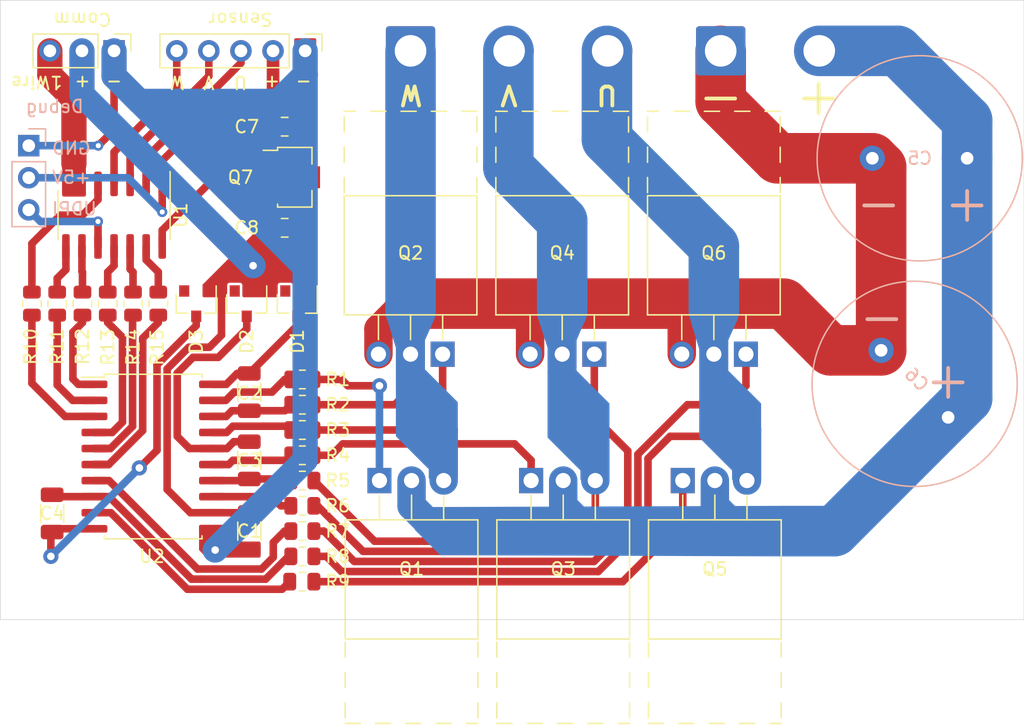
<source format=kicad_pcb>
(kicad_pcb (version 20171130) (host pcbnew 5.99.0+really5.1.10+dfsg1-1)

  (general
    (thickness 1.6)
    (drawings 24)
    (tracks 283)
    (zones 0)
    (modules 40)
    (nets 44)
  )

  (page A4)
  (layers
    (0 F.Cu signal)
    (31 B.Cu signal)
    (32 B.Adhes user)
    (33 F.Adhes user)
    (34 B.Paste user)
    (35 F.Paste user)
    (36 B.SilkS user)
    (37 F.SilkS user)
    (38 B.Mask user)
    (39 F.Mask user)
    (40 Dwgs.User user)
    (41 Cmts.User user)
    (42 Eco1.User user)
    (43 Eco2.User user)
    (44 Edge.Cuts user)
    (45 Margin user)
    (46 B.CrtYd user)
    (47 F.CrtYd user)
    (48 B.Fab user)
    (49 F.Fab user)
  )

  (setup
    (last_trace_width 4)
    (user_trace_width 0.6)
    (user_trace_width 2)
    (user_trace_width 4)
    (trace_clearance 0.2)
    (zone_clearance 0)
    (zone_45_only no)
    (trace_min 0.2)
    (via_size 0.8)
    (via_drill 0.4)
    (via_min_size 0.4)
    (via_min_drill 0.3)
    (user_via 1.2 0.6)
    (uvia_size 0.3)
    (uvia_drill 0.1)
    (uvias_allowed no)
    (uvia_min_size 0.2)
    (uvia_min_drill 0.1)
    (edge_width 0.05)
    (segment_width 0.2)
    (pcb_text_width 0.3)
    (pcb_text_size 1.5 1.5)
    (mod_edge_width 0.12)
    (mod_text_size 1 1)
    (mod_text_width 0.15)
    (pad_size 0.9 0.8)
    (pad_drill 0)
    (pad_to_mask_clearance 0.0508)
    (solder_mask_min_width 0.101)
    (aux_axis_origin 0 0)
    (visible_elements FFFFFF7F)
    (pcbplotparams
      (layerselection 0x010fc_ffffffff)
      (usegerberextensions false)
      (usegerberattributes true)
      (usegerberadvancedattributes true)
      (creategerberjobfile true)
      (excludeedgelayer true)
      (linewidth 0.100000)
      (plotframeref false)
      (viasonmask false)
      (mode 1)
      (useauxorigin false)
      (hpglpennumber 1)
      (hpglpenspeed 20)
      (hpglpendiameter 15.000000)
      (psnegative false)
      (psa4output false)
      (plotreference true)
      (plotvalue true)
      (plotinvisibletext false)
      (padsonsilk false)
      (subtractmaskfromsilk false)
      (outputformat 1)
      (mirror false)
      (drillshape 1)
      (scaleselection 1)
      (outputdirectory ""))
  )

  (net 0 "")
  (net 1 "Net-(Q1-Pad1)")
  (net 2 "Net-(Q2-Pad1)")
  (net 3 +BATT)
  (net 4 "/Driver and MOSFETS/motor_output_1")
  (net 5 "/Driver and MOSFETS/motor_output_2")
  (net 6 "Net-(Q3-Pad1)")
  (net 7 "Net-(Q4-Pad1)")
  (net 8 "/Driver and MOSFETS/motor_output_3")
  (net 9 "Net-(Q5-Pad1)")
  (net 10 "Net-(Q6-Pad1)")
  (net 11 "/Driver and MOSFETS/MOSFET pair 1/high")
  (net 12 "/Driver and MOSFETS/MOSFET pair 1/low")
  (net 13 "/Driver and MOSFETS/MOSFET pair 2/high")
  (net 14 "/Driver and MOSFETS/MOSFET pair 2/low")
  (net 15 "/Driver and MOSFETS/MOSFET pair 3/high")
  (net 16 "/Driver and MOSFETS/MOSFET pair 3/low")
  (net 17 "/Driver and MOSFETS/low_3")
  (net 18 "/Driver and MOSFETS/high_3")
  (net 19 "/Driver and MOSFETS/low_2")
  (net 20 "/Driver and MOSFETS/high_2")
  (net 21 "/Driver and MOSFETS/low_1")
  (net 22 "/Driver and MOSFETS/high_1")
  (net 23 "Net-(R10-Pad2)")
  (net 24 "Net-(R11-Pad2)")
  (net 25 "Net-(R12-Pad2)")
  (net 26 GND)
  (net 27 +15V)
  (net 28 +5V)
  (net 29 "Net-(R13-Pad2)")
  (net 30 "Net-(R14-Pad2)")
  (net 31 "Net-(R15-Pad2)")
  (net 32 "/Driver and MOSFETS/MOSFET pair 1/load")
  (net 33 "/Driver and MOSFETS/MOSFET pair 2/load")
  (net 34 "/Driver and MOSFETS/MOSFET pair 3/load")
  (net 35 -BATT)
  (net 36 "Net-(C2-Pad1)")
  (net 37 "Net-(C3-Pad1)")
  (net 38 "Net-(C4-Pad1)")
  (net 39 "Net-(Comm1-Pad3)")
  (net 40 "Net-(Debug1-Pad3)")
  (net 41 "Net-(Sensor1-Pad5)")
  (net 42 "Net-(Sensor1-Pad4)")
  (net 43 "Net-(Sensor1-Pad3)")

  (net_class Default "This is the default net class."
    (clearance 0.2)
    (trace_width 0.25)
    (via_dia 0.8)
    (via_drill 0.4)
    (uvia_dia 0.3)
    (uvia_drill 0.1)
    (add_net +15V)
    (add_net +5V)
    (add_net +BATT)
    (add_net -BATT)
    (add_net "/Driver and MOSFETS/MOSFET pair 1/high")
    (add_net "/Driver and MOSFETS/MOSFET pair 1/load")
    (add_net "/Driver and MOSFETS/MOSFET pair 1/low")
    (add_net "/Driver and MOSFETS/MOSFET pair 2/high")
    (add_net "/Driver and MOSFETS/MOSFET pair 2/load")
    (add_net "/Driver and MOSFETS/MOSFET pair 2/low")
    (add_net "/Driver and MOSFETS/MOSFET pair 3/high")
    (add_net "/Driver and MOSFETS/MOSFET pair 3/load")
    (add_net "/Driver and MOSFETS/MOSFET pair 3/low")
    (add_net "/Driver and MOSFETS/high_1")
    (add_net "/Driver and MOSFETS/high_2")
    (add_net "/Driver and MOSFETS/high_3")
    (add_net "/Driver and MOSFETS/low_1")
    (add_net "/Driver and MOSFETS/low_2")
    (add_net "/Driver and MOSFETS/low_3")
    (add_net "/Driver and MOSFETS/motor_output_1")
    (add_net "/Driver and MOSFETS/motor_output_2")
    (add_net "/Driver and MOSFETS/motor_output_3")
    (add_net GND)
    (add_net "Net-(C2-Pad1)")
    (add_net "Net-(C3-Pad1)")
    (add_net "Net-(C4-Pad1)")
    (add_net "Net-(Comm1-Pad3)")
    (add_net "Net-(Debug1-Pad3)")
    (add_net "Net-(Q1-Pad1)")
    (add_net "Net-(Q2-Pad1)")
    (add_net "Net-(Q3-Pad1)")
    (add_net "Net-(Q4-Pad1)")
    (add_net "Net-(Q5-Pad1)")
    (add_net "Net-(Q6-Pad1)")
    (add_net "Net-(R10-Pad2)")
    (add_net "Net-(R11-Pad2)")
    (add_net "Net-(R12-Pad2)")
    (add_net "Net-(R13-Pad2)")
    (add_net "Net-(R14-Pad2)")
    (add_net "Net-(R15-Pad2)")
    (add_net "Net-(Sensor1-Pad3)")
    (add_net "Net-(Sensor1-Pad4)")
    (add_net "Net-(Sensor1-Pad5)")
  )

  (module Capacitor_THT:C_Radial_D16.0mm_H25.0mm_P7.50mm (layer B.Cu) (tedit 5BC5C9BA) (tstamp 6155B7C7)
    (at 119 67 135)
    (descr "C, Radial series, Radial, pin pitch=7.50mm, diameter=16mm, height=25mm, Non-Polar Electrolytic Capacitor")
    (tags "C Radial series Radial pin pitch 7.50mm diameter 16mm height 25mm Non-Polar Electrolytic Capacitor")
    (path /61644B75)
    (fp_text reference C6 (at 3.889087 0.353553 315) (layer B.SilkS)
      (effects (font (size 1 1) (thickness 0.15)) (justify mirror))
    )
    (fp_text value "2200μF, 100V" (at 3.75 -9.25 315) (layer B.Fab) hide
      (effects (font (size 1 1) (thickness 0.15)) (justify mirror))
    )
    (fp_text user %R (at 3.749999 0 315) (layer B.Fab) hide
      (effects (font (size 1 1) (thickness 0.15)) (justify mirror))
    )
    (fp_circle (center 3.75 0) (end 11.75 0) (layer B.Fab) (width 0.1))
    (fp_circle (center 3.75 0) (end 11.87 0) (layer B.SilkS) (width 0.12))
    (fp_circle (center 3.75 0) (end 12 0) (layer B.CrtYd) (width 0.05))
    (pad 2 thru_hole circle (at 7.5 0 135) (size 2 2) (drill 1) (layers *.Cu *.Mask)
      (net 35 -BATT))
    (pad 1 thru_hole circle (at 0 0 135) (size 2 2) (drill 1) (layers *.Cu *.Mask)
      (net 3 +BATT))
    (model ${KISYS3DMOD}/Capacitor_THT.3dshapes/C_Radial_D16.0mm_H25.0mm_P7.50mm.wrl
      (at (xyz 0 0 0))
      (scale (xyz 1 1 1))
      (rotate (xyz 0 0 0))
    )
  )

  (module Capacitor_THT:C_Radial_D16.0mm_H25.0mm_P7.50mm (layer B.Cu) (tedit 5BC5C9BA) (tstamp 614FE4E5)
    (at 120.5 46.5 180)
    (descr "C, Radial series, Radial, pin pitch=7.50mm, diameter=16mm, height=25mm, Non-Polar Electrolytic Capacitor")
    (tags "C Radial series Radial pin pitch 7.50mm diameter 16mm height 25mm Non-Polar Electrolytic Capacitor")
    (path /61469B9A)
    (fp_text reference C5 (at 3.75 0) (layer B.SilkS)
      (effects (font (size 1 1) (thickness 0.15)) (justify mirror))
    )
    (fp_text value "220μF, 100V" (at 3.75 -9.25) (layer B.Fab) hide
      (effects (font (size 1 1) (thickness 0.15)) (justify mirror))
    )
    (fp_text user %R (at 3.75 0) (layer B.Fab) hide
      (effects (font (size 1 1) (thickness 0.15)) (justify mirror))
    )
    (fp_circle (center 3.75 0) (end 11.75 0) (layer B.Fab) (width 0.1))
    (fp_circle (center 3.75 0) (end 11.87 0) (layer B.SilkS) (width 0.12))
    (fp_circle (center 3.75 0) (end 12 0) (layer B.CrtYd) (width 0.05))
    (pad 2 thru_hole circle (at 7.5 0 180) (size 2 2) (drill 1) (layers *.Cu *.Mask)
      (net 35 -BATT))
    (pad 1 thru_hole circle (at 0 0 180) (size 2 2) (drill 1) (layers *.Cu *.Mask)
      (net 3 +BATT))
    (model ${KISYS3DMOD}/Capacitor_THT.3dshapes/C_Radial_D16.0mm_H25.0mm_P7.50mm.wrl
      (at (xyz 0 0 0))
      (scale (xyz 1 1 1))
      (rotate (xyz 0 0 0))
    )
  )

  (module Connector_PinHeader_2.54mm:PinHeader_1x03_P2.54mm_Vertical locked (layer B.Cu) (tedit 59FED5CC) (tstamp 61549B5B)
    (at 46.25 45.5 180)
    (descr "Through hole straight pin header, 1x03, 2.54mm pitch, single row")
    (tags "Through hole pin header THT 1x03 2.54mm single row")
    (path /6159FDFE)
    (fp_text reference Debug (at -2.05 3.1 180) (layer B.SilkS)
      (effects (font (size 1 1) (thickness 0.15)) (justify mirror))
    )
    (fp_text value Conn_01x03 (at 0 -7.41) (layer B.Fab) hide
      (effects (font (size 1 1) (thickness 0.15)) (justify mirror))
    )
    (fp_line (start -0.635 1.27) (end 1.27 1.27) (layer B.Fab) (width 0.1))
    (fp_line (start 1.27 1.27) (end 1.27 -6.35) (layer B.Fab) (width 0.1))
    (fp_line (start 1.27 -6.35) (end -1.27 -6.35) (layer B.Fab) (width 0.1))
    (fp_line (start -1.27 -6.35) (end -1.27 0.635) (layer B.Fab) (width 0.1))
    (fp_line (start -1.27 0.635) (end -0.635 1.27) (layer B.Fab) (width 0.1))
    (fp_line (start -1.33 -6.41) (end 1.33 -6.41) (layer B.SilkS) (width 0.12))
    (fp_line (start -1.33 -1.27) (end -1.33 -6.41) (layer B.SilkS) (width 0.12))
    (fp_line (start 1.33 -1.27) (end 1.33 -6.41) (layer B.SilkS) (width 0.12))
    (fp_line (start -1.33 -1.27) (end 1.33 -1.27) (layer B.SilkS) (width 0.12))
    (fp_line (start -1.33 0) (end -1.33 1.33) (layer B.SilkS) (width 0.12))
    (fp_line (start -1.33 1.33) (end 0 1.33) (layer B.SilkS) (width 0.12))
    (fp_line (start -1.8 1.8) (end -1.8 -6.85) (layer B.CrtYd) (width 0.05))
    (fp_line (start -1.8 -6.85) (end 1.8 -6.85) (layer B.CrtYd) (width 0.05))
    (fp_line (start 1.8 -6.85) (end 1.8 1.8) (layer B.CrtYd) (width 0.05))
    (fp_line (start 1.8 1.8) (end -1.8 1.8) (layer B.CrtYd) (width 0.05))
    (fp_text user %R (at 0 -2.54 270) (layer B.Fab) hide
      (effects (font (size 1 1) (thickness 0.15)) (justify mirror))
    )
    (pad 1 thru_hole rect (at 0 0 180) (size 1.7 1.7) (drill 1) (layers *.Cu *.Mask)
      (net 26 GND))
    (pad 2 thru_hole oval (at 0 -2.54 180) (size 1.7 1.7) (drill 1) (layers *.Cu *.Mask)
      (net 28 +5V))
    (pad 3 thru_hole oval (at 0 -5.08 180) (size 1.7 1.7) (drill 1) (layers *.Cu *.Mask)
      (net 40 "Net-(Debug1-Pad3)"))
    (model ${KISYS3DMOD}/Connector_PinHeader_2.54mm.3dshapes/PinHeader_1x03_P2.54mm_Vertical.wrl
      (at (xyz 0 0 0))
      (scale (xyz 1 1 1))
      (rotate (xyz 0 0 0))
    )
  )

  (module Diode_SMD:D_SOT-23_ANK (layer F.Cu) (tedit 587CCEF9) (tstamp 613A46A9)
    (at 59.5 58 270)
    (descr "SOT-23, Single Diode")
    (tags SOT-23)
    (path /613B2859/613DAE8D)
    (attr smd)
    (fp_text reference D3 (at 3 0 90) (layer F.SilkS)
      (effects (font (size 1 1) (thickness 0.15)))
    )
    (fp_text value "100μA, 25V, <100ns recovery" (at 0 2.5 90) (layer F.Fab) hide
      (effects (font (size 1 1) (thickness 0.15)))
    )
    (fp_line (start -0.15 -0.45) (end -0.4 -0.45) (layer F.Fab) (width 0.1))
    (fp_line (start -0.15 -0.25) (end 0.15 -0.45) (layer F.Fab) (width 0.1))
    (fp_line (start -0.15 -0.65) (end -0.15 -0.25) (layer F.Fab) (width 0.1))
    (fp_line (start 0.15 -0.45) (end -0.15 -0.65) (layer F.Fab) (width 0.1))
    (fp_line (start 0.15 -0.45) (end 0.4 -0.45) (layer F.Fab) (width 0.1))
    (fp_line (start 0.15 -0.65) (end 0.15 -0.25) (layer F.Fab) (width 0.1))
    (fp_line (start 0.76 1.58) (end 0.76 0.65) (layer F.SilkS) (width 0.12))
    (fp_line (start 0.76 -1.58) (end 0.76 -0.65) (layer F.SilkS) (width 0.12))
    (fp_line (start 0.7 -1.52) (end 0.7 1.52) (layer F.Fab) (width 0.1))
    (fp_line (start -0.7 1.52) (end 0.7 1.52) (layer F.Fab) (width 0.1))
    (fp_line (start -1.7 -1.75) (end 1.7 -1.75) (layer F.CrtYd) (width 0.05))
    (fp_line (start 1.7 -1.75) (end 1.7 1.75) (layer F.CrtYd) (width 0.05))
    (fp_line (start 1.7 1.75) (end -1.7 1.75) (layer F.CrtYd) (width 0.05))
    (fp_line (start -1.7 1.75) (end -1.7 -1.75) (layer F.CrtYd) (width 0.05))
    (fp_line (start 0.76 -1.58) (end -1.4 -1.58) (layer F.SilkS) (width 0.12))
    (fp_line (start -0.7 -1.52) (end 0.7 -1.52) (layer F.Fab) (width 0.1))
    (fp_line (start -0.7 -1.52) (end -0.7 1.52) (layer F.Fab) (width 0.1))
    (fp_line (start 0.76 1.58) (end -0.7 1.58) (layer F.SilkS) (width 0.12))
    (fp_text user %R (at 0 -2.5 90) (layer F.Fab) hide
      (effects (font (size 1 1) (thickness 0.15)))
    )
    (pad 2 smd rect (at -1 -0.95 270) (size 0.9 0.8) (layers F.Cu F.Paste F.Mask)
      (net 27 +15V))
    (pad "" smd rect (at -1 0.95 270) (size 0.9 0.8) (layers F.Cu F.Paste F.Mask))
    (pad 1 smd rect (at 1 0 270) (size 0.9 0.8) (layers F.Cu F.Paste F.Mask)
      (net 38 "Net-(C4-Pad1)"))
    (model ${KISYS3DMOD}/Diode_SMD.3dshapes/D_SOT-23.wrl
      (at (xyz 0 0 0))
      (scale (xyz 1 1 1))
      (rotate (xyz 0 0 0))
    )
  )

  (module Diode_SMD:D_SOT-23_ANK (layer F.Cu) (tedit 61524D4D) (tstamp 613D4DE9)
    (at 63.5 58 270)
    (descr "SOT-23, Single Diode")
    (tags SOT-23)
    (path /613B2859/613DAC8B)
    (attr smd)
    (fp_text reference D2 (at 3 0 90) (layer F.SilkS)
      (effects (font (size 1 1) (thickness 0.15)))
    )
    (fp_text value "100μA, 25V, <100ns recovery" (at 0 2.5 90) (layer F.Fab) hide
      (effects (font (size 1 1) (thickness 0.15)))
    )
    (fp_line (start -0.15 -0.45) (end -0.4 -0.45) (layer F.Fab) (width 0.1))
    (fp_line (start -0.15 -0.25) (end 0.15 -0.45) (layer F.Fab) (width 0.1))
    (fp_line (start -0.15 -0.65) (end -0.15 -0.25) (layer F.Fab) (width 0.1))
    (fp_line (start 0.15 -0.45) (end -0.15 -0.65) (layer F.Fab) (width 0.1))
    (fp_line (start 0.15 -0.45) (end 0.4 -0.45) (layer F.Fab) (width 0.1))
    (fp_line (start 0.15 -0.65) (end 0.15 -0.25) (layer F.Fab) (width 0.1))
    (fp_line (start 0.76 1.58) (end 0.76 0.65) (layer F.SilkS) (width 0.12))
    (fp_line (start 0.76 -1.58) (end 0.76 -0.65) (layer F.SilkS) (width 0.12))
    (fp_line (start 0.7 -1.52) (end 0.7 1.52) (layer F.Fab) (width 0.1))
    (fp_line (start -0.7 1.52) (end 0.7 1.52) (layer F.Fab) (width 0.1))
    (fp_line (start -1.7 -1.75) (end 1.7 -1.75) (layer F.CrtYd) (width 0.05))
    (fp_line (start 1.7 -1.75) (end 1.7 1.75) (layer F.CrtYd) (width 0.05))
    (fp_line (start 1.7 1.75) (end -1.7 1.75) (layer F.CrtYd) (width 0.05))
    (fp_line (start -1.7 1.75) (end -1.7 -1.75) (layer F.CrtYd) (width 0.05))
    (fp_line (start 0.76 -1.58) (end -1.4 -1.58) (layer F.SilkS) (width 0.12))
    (fp_line (start -0.7 -1.52) (end 0.7 -1.52) (layer F.Fab) (width 0.1))
    (fp_line (start -0.7 -1.52) (end -0.7 1.52) (layer F.Fab) (width 0.1))
    (fp_line (start 0.76 1.58) (end -0.7 1.58) (layer F.SilkS) (width 0.12))
    (fp_text user %R (at 0 -2.5 90) (layer F.Fab) hide
      (effects (font (size 1 1) (thickness 0.15)))
    )
    (pad 2 smd rect (at -1 -0.95 270) (size 0.9 0.8) (layers F.Cu F.Paste F.Mask)
      (net 27 +15V))
    (pad "" smd rect (at -1 0.95 270) (size 0.9 0.8) (layers F.Cu F.Paste F.Mask))
    (pad 1 smd rect (at 1 0 270) (size 0.9 0.8) (layers F.Cu F.Paste F.Mask)
      (net 37 "Net-(C3-Pad1)"))
    (model ${KISYS3DMOD}/Diode_SMD.3dshapes/D_SOT-23.wrl
      (at (xyz 0 0 0))
      (scale (xyz 1 1 1))
      (rotate (xyz 0 0 0))
    )
  )

  (module Diode_SMD:D_SOT-23_ANK (layer F.Cu) (tedit 61524D54) (tstamp 613A46CF)
    (at 67.5 58 270)
    (descr "SOT-23, Single Diode")
    (tags SOT-23)
    (path /613B2859/613D8032)
    (attr smd)
    (fp_text reference D1 (at 3 0 90) (layer F.SilkS)
      (effects (font (size 1 1) (thickness 0.15)))
    )
    (fp_text value "100μA, 25V, <100ns recovery" (at 0 2.5 90) (layer F.Fab) hide
      (effects (font (size 1 1) (thickness 0.15)))
    )
    (fp_line (start -0.15 -0.45) (end -0.4 -0.45) (layer F.Fab) (width 0.1))
    (fp_line (start -0.15 -0.25) (end 0.15 -0.45) (layer F.Fab) (width 0.1))
    (fp_line (start -0.15 -0.65) (end -0.15 -0.25) (layer F.Fab) (width 0.1))
    (fp_line (start 0.15 -0.45) (end -0.15 -0.65) (layer F.Fab) (width 0.1))
    (fp_line (start 0.15 -0.45) (end 0.4 -0.45) (layer F.Fab) (width 0.1))
    (fp_line (start 0.15 -0.65) (end 0.15 -0.25) (layer F.Fab) (width 0.1))
    (fp_line (start 0.76 1.58) (end 0.76 0.65) (layer F.SilkS) (width 0.12))
    (fp_line (start 0.76 -1.58) (end 0.76 -0.65) (layer F.SilkS) (width 0.12))
    (fp_line (start 0.7 -1.52) (end 0.7 1.52) (layer F.Fab) (width 0.1))
    (fp_line (start -0.7 1.52) (end 0.7 1.52) (layer F.Fab) (width 0.1))
    (fp_line (start -1.7 -1.75) (end 1.7 -1.75) (layer F.CrtYd) (width 0.05))
    (fp_line (start 1.7 -1.75) (end 1.7 1.75) (layer F.CrtYd) (width 0.05))
    (fp_line (start 1.7 1.75) (end -1.7 1.75) (layer F.CrtYd) (width 0.05))
    (fp_line (start -1.7 1.75) (end -1.7 -1.75) (layer F.CrtYd) (width 0.05))
    (fp_line (start 0.76 -1.58) (end -1.4 -1.58) (layer F.SilkS) (width 0.12))
    (fp_line (start -0.7 -1.52) (end 0.7 -1.52) (layer F.Fab) (width 0.1))
    (fp_line (start -0.7 -1.52) (end -0.7 1.52) (layer F.Fab) (width 0.1))
    (fp_line (start 0.76 1.58) (end -0.7 1.58) (layer F.SilkS) (width 0.12))
    (fp_text user %R (at 0 -2.5 90) (layer F.Fab) hide
      (effects (font (size 1 1) (thickness 0.15)))
    )
    (pad 2 smd rect (at -1 -0.95 270) (size 0.9 0.8) (layers F.Cu F.Paste F.Mask)
      (net 27 +15V))
    (pad "" smd rect (at -1 0.95 270) (size 0.9 0.8) (layers F.Cu F.Paste F.Mask))
    (pad 1 smd rect (at 1 0 270) (size 0.9 0.8) (layers F.Cu F.Paste F.Mask)
      (net 36 "Net-(C2-Pad1)"))
    (model ${KISYS3DMOD}/Diode_SMD.3dshapes/D_SOT-23.wrl
      (at (xyz 0 0 0))
      (scale (xyz 1 1 1))
      (rotate (xyz 0 0 0))
    )
  )

  (module Resistor_SMD:R_0805_2012Metric (layer F.Cu) (tedit 5F68FEEE) (tstamp 61518257)
    (at 67.9 78 180)
    (descr "Resistor SMD 0805 (2012 Metric), square (rectangular) end terminal, IPC_7351 nominal, (Body size source: IPC-SM-782 page 72, https://www.pcb-3d.com/wordpress/wp-content/uploads/ipc-sm-782a_amendment_1_and_2.pdf), generated with kicad-footprint-generator")
    (tags resistor)
    (path /613B2859/613C2FF8/6153289F)
    (attr smd)
    (fp_text reference R8 (at -2.8 0) (layer F.SilkS)
      (effects (font (size 1 1) (thickness 0.15)))
    )
    (fp_text value 4.7Ω (at 0 1.65) (layer F.Fab) hide
      (effects (font (size 1 1) (thickness 0.15)))
    )
    (fp_line (start 1.68 0.95) (end -1.68 0.95) (layer F.CrtYd) (width 0.05))
    (fp_line (start 1.68 -0.95) (end 1.68 0.95) (layer F.CrtYd) (width 0.05))
    (fp_line (start -1.68 -0.95) (end 1.68 -0.95) (layer F.CrtYd) (width 0.05))
    (fp_line (start -1.68 0.95) (end -1.68 -0.95) (layer F.CrtYd) (width 0.05))
    (fp_line (start -0.227064 0.735) (end 0.227064 0.735) (layer F.SilkS) (width 0.12))
    (fp_line (start -0.227064 -0.735) (end 0.227064 -0.735) (layer F.SilkS) (width 0.12))
    (fp_line (start 1 0.625) (end -1 0.625) (layer F.Fab) (width 0.1))
    (fp_line (start 1 -0.625) (end 1 0.625) (layer F.Fab) (width 0.1))
    (fp_line (start -1 -0.625) (end 1 -0.625) (layer F.Fab) (width 0.1))
    (fp_line (start -1 0.625) (end -1 -0.625) (layer F.Fab) (width 0.1))
    (fp_text user %R (at 0 0) (layer F.Fab) hide
      (effects (font (size 0.5 0.5) (thickness 0.08)))
    )
    (pad 1 smd roundrect (at -0.9125 0 180) (size 1.025 1.4) (layers F.Cu F.Paste F.Mask) (roundrect_rratio 0.243902)
      (net 8 "/Driver and MOSFETS/motor_output_3"))
    (pad 2 smd roundrect (at 0.9125 0 180) (size 1.025 1.4) (layers F.Cu F.Paste F.Mask) (roundrect_rratio 0.243902)
      (net 34 "/Driver and MOSFETS/MOSFET pair 3/load"))
    (model ${KISYS3DMOD}/Resistor_SMD.3dshapes/R_0805_2012Metric.wrl
      (at (xyz 0 0 0))
      (scale (xyz 1 1 1))
      (rotate (xyz 0 0 0))
    )
  )

  (module Resistor_SMD:R_0805_2012Metric (layer F.Cu) (tedit 5F68FEEE) (tstamp 61518216)
    (at 67.9 72 180)
    (descr "Resistor SMD 0805 (2012 Metric), square (rectangular) end terminal, IPC_7351 nominal, (Body size source: IPC-SM-782 page 72, https://www.pcb-3d.com/wordpress/wp-content/uploads/ipc-sm-782a_amendment_1_and_2.pdf), generated with kicad-footprint-generator")
    (tags resistor)
    (path /613B2859/613C2EE6/6153289F)
    (attr smd)
    (fp_text reference R5 (at -2.8 0) (layer F.SilkS)
      (effects (font (size 1 1) (thickness 0.15)))
    )
    (fp_text value 4.7Ω (at 0 1.65) (layer F.Fab) hide
      (effects (font (size 1 1) (thickness 0.15)))
    )
    (fp_line (start -1 0.625) (end -1 -0.625) (layer F.Fab) (width 0.1))
    (fp_line (start -1 -0.625) (end 1 -0.625) (layer F.Fab) (width 0.1))
    (fp_line (start 1 -0.625) (end 1 0.625) (layer F.Fab) (width 0.1))
    (fp_line (start 1 0.625) (end -1 0.625) (layer F.Fab) (width 0.1))
    (fp_line (start -0.227064 -0.735) (end 0.227064 -0.735) (layer F.SilkS) (width 0.12))
    (fp_line (start -0.227064 0.735) (end 0.227064 0.735) (layer F.SilkS) (width 0.12))
    (fp_line (start -1.68 0.95) (end -1.68 -0.95) (layer F.CrtYd) (width 0.05))
    (fp_line (start -1.68 -0.95) (end 1.68 -0.95) (layer F.CrtYd) (width 0.05))
    (fp_line (start 1.68 -0.95) (end 1.68 0.95) (layer F.CrtYd) (width 0.05))
    (fp_line (start 1.68 0.95) (end -1.68 0.95) (layer F.CrtYd) (width 0.05))
    (fp_text user %R (at 0 0) (layer F.Fab) hide
      (effects (font (size 0.5 0.5) (thickness 0.08)))
    )
    (pad 2 smd roundrect (at 0.9125 0 180) (size 1.025 1.4) (layers F.Cu F.Paste F.Mask) (roundrect_rratio 0.243902)
      (net 33 "/Driver and MOSFETS/MOSFET pair 2/load"))
    (pad 1 smd roundrect (at -0.9125 0 180) (size 1.025 1.4) (layers F.Cu F.Paste F.Mask) (roundrect_rratio 0.243902)
      (net 5 "/Driver and MOSFETS/motor_output_2"))
    (model ${KISYS3DMOD}/Resistor_SMD.3dshapes/R_0805_2012Metric.wrl
      (at (xyz 0 0 0))
      (scale (xyz 1 1 1))
      (rotate (xyz 0 0 0))
    )
  )

  (module Resistor_SMD:R_0805_2012Metric (layer F.Cu) (tedit 5F68FEEE) (tstamp 615181D5)
    (at 67.9 66 180)
    (descr "Resistor SMD 0805 (2012 Metric), square (rectangular) end terminal, IPC_7351 nominal, (Body size source: IPC-SM-782 page 72, https://www.pcb-3d.com/wordpress/wp-content/uploads/ipc-sm-782a_amendment_1_and_2.pdf), generated with kicad-footprint-generator")
    (tags resistor)
    (path /613B2859/613B2D4E/6153289F)
    (attr smd)
    (fp_text reference R2 (at -2.8 0) (layer F.SilkS)
      (effects (font (size 1 1) (thickness 0.15)))
    )
    (fp_text value 4.7Ω (at 0 1.65) (layer F.Fab) hide
      (effects (font (size 1 1) (thickness 0.15)))
    )
    (fp_line (start -1 0.625) (end -1 -0.625) (layer F.Fab) (width 0.1))
    (fp_line (start -1 -0.625) (end 1 -0.625) (layer F.Fab) (width 0.1))
    (fp_line (start 1 -0.625) (end 1 0.625) (layer F.Fab) (width 0.1))
    (fp_line (start 1 0.625) (end -1 0.625) (layer F.Fab) (width 0.1))
    (fp_line (start -0.227064 -0.735) (end 0.227064 -0.735) (layer F.SilkS) (width 0.12))
    (fp_line (start -0.227064 0.735) (end 0.227064 0.735) (layer F.SilkS) (width 0.12))
    (fp_line (start -1.68 0.95) (end -1.68 -0.95) (layer F.CrtYd) (width 0.05))
    (fp_line (start -1.68 -0.95) (end 1.68 -0.95) (layer F.CrtYd) (width 0.05))
    (fp_line (start 1.68 -0.95) (end 1.68 0.95) (layer F.CrtYd) (width 0.05))
    (fp_line (start 1.68 0.95) (end -1.68 0.95) (layer F.CrtYd) (width 0.05))
    (fp_text user %R (at 0 0) (layer F.Fab) hide
      (effects (font (size 0.5 0.5) (thickness 0.08)))
    )
    (pad 2 smd roundrect (at 0.9125 0 180) (size 1.025 1.4) (layers F.Cu F.Paste F.Mask) (roundrect_rratio 0.243902)
      (net 32 "/Driver and MOSFETS/MOSFET pair 1/load"))
    (pad 1 smd roundrect (at -0.9125 0 180) (size 1.025 1.4) (layers F.Cu F.Paste F.Mask) (roundrect_rratio 0.243902)
      (net 4 "/Driver and MOSFETS/motor_output_1"))
    (model ${KISYS3DMOD}/Resistor_SMD.3dshapes/R_0805_2012Metric.wrl
      (at (xyz 0 0 0))
      (scale (xyz 1 1 1))
      (rotate (xyz 0 0 0))
    )
  )

  (module Capacitor_SMD:C_0805_2012Metric (layer F.Cu) (tedit 5F68FEEE) (tstamp 614A3BE3)
    (at 66.5 52)
    (descr "Capacitor SMD 0805 (2012 Metric), square (rectangular) end terminal, IPC_7351 nominal, (Body size source: IPC-SM-782 page 76, https://www.pcb-3d.com/wordpress/wp-content/uploads/ipc-sm-782a_amendment_1_and_2.pdf, https://docs.google.com/spreadsheets/d/1BsfQQcO9C6DZCsRaXUlFlo91Tg2WpOkGARC1WS5S8t0/edit?usp=sharing), generated with kicad-footprint-generator")
    (tags capacitor)
    (path /61631E35)
    (attr smd)
    (fp_text reference C8 (at -3 0) (layer F.SilkS)
      (effects (font (size 1 1) (thickness 0.15)))
    )
    (fp_text value "0.1μF, 25V" (at 0 1.68) (layer F.Fab) hide
      (effects (font (size 1 1) (thickness 0.15)))
    )
    (fp_line (start 1.7 0.98) (end -1.7 0.98) (layer F.CrtYd) (width 0.05))
    (fp_line (start 1.7 -0.98) (end 1.7 0.98) (layer F.CrtYd) (width 0.05))
    (fp_line (start -1.7 -0.98) (end 1.7 -0.98) (layer F.CrtYd) (width 0.05))
    (fp_line (start -1.7 0.98) (end -1.7 -0.98) (layer F.CrtYd) (width 0.05))
    (fp_line (start -0.261252 0.735) (end 0.261252 0.735) (layer F.SilkS) (width 0.12))
    (fp_line (start -0.261252 -0.735) (end 0.261252 -0.735) (layer F.SilkS) (width 0.12))
    (fp_line (start 1 0.625) (end -1 0.625) (layer F.Fab) (width 0.1))
    (fp_line (start 1 -0.625) (end 1 0.625) (layer F.Fab) (width 0.1))
    (fp_line (start -1 -0.625) (end 1 -0.625) (layer F.Fab) (width 0.1))
    (fp_line (start -1 0.625) (end -1 -0.625) (layer F.Fab) (width 0.1))
    (fp_text user %R (at 0 0) (layer F.Fab) hide
      (effects (font (size 0.5 0.5) (thickness 0.08)))
    )
    (pad 2 smd roundrect (at 0.95 0) (size 1 1.45) (layers F.Cu F.Paste F.Mask) (roundrect_rratio 0.25)
      (net 26 GND))
    (pad 1 smd roundrect (at -0.95 0) (size 1 1.45) (layers F.Cu F.Paste F.Mask) (roundrect_rratio 0.25)
      (net 27 +15V))
    (model ${KISYS3DMOD}/Capacitor_SMD.3dshapes/C_0805_2012Metric.wrl
      (at (xyz 0 0 0))
      (scale (xyz 1 1 1))
      (rotate (xyz 0 0 0))
    )
  )

  (module Capacitor_SMD:C_0805_2012Metric (layer F.Cu) (tedit 5F68FEEE) (tstamp 614A3B72)
    (at 66.5 44)
    (descr "Capacitor SMD 0805 (2012 Metric), square (rectangular) end terminal, IPC_7351 nominal, (Body size source: IPC-SM-782 page 76, https://www.pcb-3d.com/wordpress/wp-content/uploads/ipc-sm-782a_amendment_1_and_2.pdf, https://docs.google.com/spreadsheets/d/1BsfQQcO9C6DZCsRaXUlFlo91Tg2WpOkGARC1WS5S8t0/edit?usp=sharing), generated with kicad-footprint-generator")
    (tags capacitor)
    (path /61632066)
    (attr smd)
    (fp_text reference C7 (at -3 0) (layer F.SilkS)
      (effects (font (size 1 1) (thickness 0.15)))
    )
    (fp_text value "0.33μF, 10V" (at 0 1.68) (layer F.Fab) hide
      (effects (font (size 1 1) (thickness 0.15)))
    )
    (fp_line (start 1.7 0.98) (end -1.7 0.98) (layer F.CrtYd) (width 0.05))
    (fp_line (start 1.7 -0.98) (end 1.7 0.98) (layer F.CrtYd) (width 0.05))
    (fp_line (start -1.7 -0.98) (end 1.7 -0.98) (layer F.CrtYd) (width 0.05))
    (fp_line (start -1.7 0.98) (end -1.7 -0.98) (layer F.CrtYd) (width 0.05))
    (fp_line (start -0.261252 0.735) (end 0.261252 0.735) (layer F.SilkS) (width 0.12))
    (fp_line (start -0.261252 -0.735) (end 0.261252 -0.735) (layer F.SilkS) (width 0.12))
    (fp_line (start 1 0.625) (end -1 0.625) (layer F.Fab) (width 0.1))
    (fp_line (start 1 -0.625) (end 1 0.625) (layer F.Fab) (width 0.1))
    (fp_line (start -1 -0.625) (end 1 -0.625) (layer F.Fab) (width 0.1))
    (fp_line (start -1 0.625) (end -1 -0.625) (layer F.Fab) (width 0.1))
    (fp_text user %R (at 0 0) (layer F.Fab) hide
      (effects (font (size 0.5 0.5) (thickness 0.08)))
    )
    (pad 2 smd roundrect (at 0.95 0) (size 1 1.45) (layers F.Cu F.Paste F.Mask) (roundrect_rratio 0.25)
      (net 26 GND))
    (pad 1 smd roundrect (at -0.95 0) (size 1 1.45) (layers F.Cu F.Paste F.Mask) (roundrect_rratio 0.25)
      (net 28 +5V))
    (model ${KISYS3DMOD}/Capacitor_SMD.3dshapes/C_0805_2012Metric.wrl
      (at (xyz 0 0 0))
      (scale (xyz 1 1 1))
      (rotate (xyz 0 0 0))
    )
  )

  (module Package_TO_SOT_SMD:SOT-89-3 (layer F.Cu) (tedit 5C33D6E8) (tstamp 614A2A4E)
    (at 67 48)
    (descr "SOT-89-3, http://ww1.microchip.com/downloads/en/DeviceDoc/3L_SOT-89_MB_C04-029C.pdf")
    (tags SOT-89-3)
    (path /616257BD)
    (attr smd)
    (fp_text reference Q7 (at -4 0) (layer F.SilkS)
      (effects (font (size 1 1) (thickness 0.15)))
    )
    (fp_text value AS78LXX (at 0.3 3.5) (layer F.Fab) hide
      (effects (font (size 1 1) (thickness 0.15)))
    )
    (fp_line (start 1.66 1.05) (end 1.66 2.36) (layer F.SilkS) (width 0.12))
    (fp_line (start 1.66 2.36) (end -1.06 2.36) (layer F.SilkS) (width 0.12))
    (fp_line (start -2.2 -2.13) (end -1.06 -2.13) (layer F.SilkS) (width 0.12))
    (fp_line (start 1.66 -2.36) (end 1.66 -1.05) (layer F.SilkS) (width 0.12))
    (fp_line (start -0.95 -1.25) (end 0.05 -2.25) (layer F.Fab) (width 0.1))
    (fp_line (start 1.55 -2.25) (end 1.55 2.25) (layer F.Fab) (width 0.1))
    (fp_line (start 1.55 2.25) (end -0.95 2.25) (layer F.Fab) (width 0.1))
    (fp_line (start -0.95 2.25) (end -0.95 -1.25) (layer F.Fab) (width 0.1))
    (fp_line (start 0.05 -2.25) (end 1.55 -2.25) (layer F.Fab) (width 0.1))
    (fp_line (start 2.55 -2.5) (end 2.55 2.5) (layer F.CrtYd) (width 0.05))
    (fp_line (start 2.55 -2.5) (end -2.55 -2.5) (layer F.CrtYd) (width 0.05))
    (fp_line (start -2.55 2.5) (end 2.55 2.5) (layer F.CrtYd) (width 0.05))
    (fp_line (start -2.55 2.5) (end -2.55 -2.5) (layer F.CrtYd) (width 0.05))
    (fp_line (start -1.06 -2.36) (end 1.66 -2.36) (layer F.SilkS) (width 0.12))
    (fp_line (start -1.06 -2.36) (end -1.06 -2.13) (layer F.SilkS) (width 0.12))
    (fp_line (start -1.06 2.36) (end -1.06 2.13) (layer F.SilkS) (width 0.12))
    (fp_text user %R (at 0.5 0 90) (layer F.Fab) hide
      (effects (font (size 1 1) (thickness 0.15)))
    )
    (pad 1 smd rect (at -1.65 -1.5) (size 1.3 0.9) (layers F.Cu F.Paste F.Mask)
      (net 28 +5V))
    (pad 3 smd rect (at -1.65 1.5) (size 1.3 0.9) (layers F.Cu F.Paste F.Mask)
      (net 27 +15V))
    (pad 2 smd custom (at -1.5625 0) (size 1.475 0.9) (layers F.Cu F.Paste F.Mask)
      (net 26 GND) (zone_connect 2)
      (options (clearance outline) (anchor rect))
      (primitives
        (gr_poly (pts
           (xy 0.7375 -0.8665) (xy 3.8625 -0.8665) (xy 3.8625 0.8665) (xy 0.7375 0.8665)) (width 0))
      ))
    (model ${KISYS3DMOD}/Package_TO_SOT_SMD.3dshapes/SOT-89-3.wrl
      (at (xyz 0 0 0))
      (scale (xyz 1 1 1))
      (rotate (xyz 0 0 0))
    )
  )

  (module Connector_Wire:SolderWire-2sqmm_1x02_P7.8mm_D2mm_OD3.9mm (layer F.Cu) (tedit 5EB70B45) (tstamp 61439205)
    (at 101 38)
    (descr "Soldered wire connection, for 2 times 2 mm² wires, reinforced insulation, conductor diameter 2mm, outer diameter 3.9mm, size source Multi-Contact FLEXI-xV 2.0 (https://ec.staubli.com/AcroFiles/Catalogues/TM_Cab-Main-11014119_(en)_hi.pdf), bend radius 3 times outer diameter, generated with kicad-footprint-generator")
    (tags "connector wire 2sqmm")
    (path /61466A24)
    (attr virtual)
    (fp_text reference J1 (at 3.9 0) (layer F.SilkS) hide
      (effects (font (size 1 1) (thickness 0.15)))
    )
    (fp_text value Conn_01x02 (at 3.9 3.15) (layer F.Fab) hide
      (effects (font (size 1 1) (thickness 0.15)))
    )
    (fp_line (start 10.5 -2.45) (end 5.1 -2.45) (layer F.CrtYd) (width 0.05))
    (fp_line (start 10.5 2.45) (end 10.5 -2.45) (layer F.CrtYd) (width 0.05))
    (fp_line (start 5.1 2.45) (end 10.5 2.45) (layer F.CrtYd) (width 0.05))
    (fp_line (start 5.1 -2.45) (end 5.1 2.45) (layer F.CrtYd) (width 0.05))
    (fp_line (start 2.7 -2.45) (end -2.7 -2.45) (layer F.CrtYd) (width 0.05))
    (fp_line (start 2.7 2.45) (end 2.7 -2.45) (layer F.CrtYd) (width 0.05))
    (fp_line (start -2.7 2.45) (end 2.7 2.45) (layer F.CrtYd) (width 0.05))
    (fp_line (start -2.7 -2.45) (end -2.7 2.45) (layer F.CrtYd) (width 0.05))
    (fp_circle (center 7.8 0) (end 9.75 0) (layer F.Fab) (width 0.1))
    (fp_circle (center 0 0) (end 1.95 0) (layer F.Fab) (width 0.1))
    (fp_text user %R (at 3.9 0 90) (layer F.Fab) hide
      (effects (font (size 1 1) (thickness 0.15)))
    )
    (pad 2 thru_hole circle (at 7.8 0) (size 3.9 3.9) (drill 2.5) (layers *.Cu *.Mask)
      (net 3 +BATT))
    (pad 1 thru_hole roundrect (at 0 0) (size 3.9 3.9) (drill 2.5) (layers *.Cu *.Mask) (roundrect_rratio 0.06410299999999999)
      (net 35 -BATT))
    (model ${KISYS3DMOD}/Connector_Wire.3dshapes/SolderWire-2sqmm_1x02_P7.8mm_D2mm_OD3.9mm.wrl
      (at (xyz 0 0 0))
      (scale (xyz 1 1 1))
      (rotate (xyz 0 0 0))
    )
  )

  (module Connector_Wire:SolderWire-2sqmm_1x03_P7.8mm_D2mm_OD3.9mm (layer F.Cu) (tedit 5EB70B45) (tstamp 6143A053)
    (at 76.46 38)
    (descr "Soldered wire connection, for 3 times 2 mm² wires, reinforced insulation, conductor diameter 2mm, outer diameter 3.9mm, size source Multi-Contact FLEXI-xV 2.0 (https://ec.staubli.com/AcroFiles/Catalogues/TM_Cab-Main-11014119_(en)_hi.pdf), bend radius 3 times outer diameter, generated with kicad-footprint-generator")
    (tags "connector wire 2sqmm")
    (path /6146C61B)
    (attr virtual)
    (fp_text reference J3 (at 7.8 -3.15) (layer F.SilkS) hide
      (effects (font (size 1 1) (thickness 0.15)))
    )
    (fp_text value Conn_01x03 (at 7.8 3.15) (layer F.Fab) hide
      (effects (font (size 1 1) (thickness 0.15)))
    )
    (fp_line (start 18.3 -2.45) (end 12.9 -2.45) (layer F.CrtYd) (width 0.05))
    (fp_line (start 18.3 2.45) (end 18.3 -2.45) (layer F.CrtYd) (width 0.05))
    (fp_line (start 12.9 2.45) (end 18.3 2.45) (layer F.CrtYd) (width 0.05))
    (fp_line (start 12.9 -2.45) (end 12.9 2.45) (layer F.CrtYd) (width 0.05))
    (fp_line (start 10.5 -2.45) (end 5.1 -2.45) (layer F.CrtYd) (width 0.05))
    (fp_line (start 10.5 2.45) (end 10.5 -2.45) (layer F.CrtYd) (width 0.05))
    (fp_line (start 5.1 2.45) (end 10.5 2.45) (layer F.CrtYd) (width 0.05))
    (fp_line (start 5.1 -2.45) (end 5.1 2.45) (layer F.CrtYd) (width 0.05))
    (fp_line (start 2.7 -2.45) (end -2.7 -2.45) (layer F.CrtYd) (width 0.05))
    (fp_line (start 2.7 2.45) (end 2.7 -2.45) (layer F.CrtYd) (width 0.05))
    (fp_line (start -2.7 2.45) (end 2.7 2.45) (layer F.CrtYd) (width 0.05))
    (fp_line (start -2.7 -2.45) (end -2.7 2.45) (layer F.CrtYd) (width 0.05))
    (fp_circle (center 15.6 0) (end 17.55 0) (layer F.Fab) (width 0.1))
    (fp_circle (center 7.8 0) (end 9.75 0) (layer F.Fab) (width 0.1))
    (fp_circle (center 0 0) (end 1.95 0) (layer F.Fab) (width 0.1))
    (fp_text user %R (at 7.8 0) (layer F.Fab) hide
      (effects (font (size 0.98 0.98) (thickness 0.15)))
    )
    (pad 3 thru_hole circle (at 15.6 0) (size 3.9 3.9) (drill 2.5) (layers *.Cu *.Mask)
      (net 8 "/Driver and MOSFETS/motor_output_3"))
    (pad 2 thru_hole circle (at 7.8 0) (size 3.9 3.9) (drill 2.5) (layers *.Cu *.Mask)
      (net 5 "/Driver and MOSFETS/motor_output_2"))
    (pad 1 thru_hole roundrect (at 0 0) (size 3.9 3.9) (drill 2.5) (layers *.Cu *.Mask) (roundrect_rratio 0.06410299999999999)
      (net 4 "/Driver and MOSFETS/motor_output_1"))
    (model ${KISYS3DMOD}/Connector_Wire.3dshapes/SolderWire-2sqmm_1x03_P7.8mm_D2mm_OD3.9mm.wrl
      (at (xyz 0 0 0))
      (scale (xyz 1 1 1))
      (rotate (xyz 0 0 0))
    )
  )

  (module mosfets:TO-220F-3_Horizontal_TabUp locked (layer F.Cu) (tedit 6146846D) (tstamp 613A38CC)
    (at 103 62 180)
    (descr "TO-220F-3, Horizontal, RM 2.54mm, see http://www.st.com/resource/en/datasheet/stp20nm60.pdf")
    (tags "TO-220F-3 Horizontal RM 2.54mm")
    (path /613B2859/613C2FF8/613A56EF)
    (fp_text reference Q6 (at 2.54 8) (layer F.SilkS)
      (effects (font (size 1 1) (thickness 0.15)))
    )
    (fp_text value IRF135B203 (at 2.54 -2) (layer F.Fab) hide
      (effects (font (size 1 1) (thickness 0.15)))
    )
    (fp_line (start 7.92 -1.25) (end -2.84 -1.25) (layer F.CrtYd) (width 0.05))
    (fp_line (start 7.92 19.35) (end 7.92 -1.25) (layer F.CrtYd) (width 0.05))
    (fp_line (start -2.84 19.35) (end 7.92 19.35) (layer F.CrtYd) (width 0.05))
    (fp_line (start -2.84 -1.25) (end -2.84 19.35) (layer F.CrtYd) (width 0.05))
    (fp_line (start 5.08 1.15) (end 5.08 3.11) (layer F.SilkS) (width 0.12))
    (fp_line (start 2.54 1.15) (end 2.54 3.11) (layer F.SilkS) (width 0.12))
    (fp_line (start 0 1.15) (end 0 3.11) (layer F.SilkS) (width 0.12))
    (fp_line (start 7.79 17.58) (end 7.79 18.78) (layer F.SilkS) (width 0.12))
    (fp_line (start 7.79 15.18) (end 7.79 16.38) (layer F.SilkS) (width 0.12))
    (fp_line (start 7.79 12.78) (end 7.79 13.98) (layer F.SilkS) (width 0.12))
    (fp_line (start -2.71 17.58) (end -2.71 18.78) (layer F.SilkS) (width 0.12))
    (fp_line (start -2.71 15.18) (end -2.71 16.38) (layer F.SilkS) (width 0.12))
    (fp_line (start -2.71 12.78) (end -2.71 13.98) (layer F.SilkS) (width 0.12))
    (fp_line (start 6.89 19.22) (end 7.79 19.22) (layer F.SilkS) (width 0.12))
    (fp_line (start 4.49 19.22) (end 5.69 19.22) (layer F.SilkS) (width 0.12))
    (fp_line (start 2.09 19.22) (end 3.29 19.22) (layer F.SilkS) (width 0.12))
    (fp_line (start -0.311 19.22) (end 0.89 19.22) (layer F.SilkS) (width 0.12))
    (fp_line (start -2.71 19.22) (end -1.51 19.22) (layer F.SilkS) (width 0.12))
    (fp_line (start 7.79 3.11) (end 7.79 12.54) (layer F.SilkS) (width 0.12))
    (fp_line (start -2.71 3.11) (end -2.71 12.54) (layer F.SilkS) (width 0.12))
    (fp_line (start -2.71 12.54) (end 7.79 12.54) (layer F.SilkS) (width 0.12))
    (fp_line (start -2.71 3.11) (end 7.79 3.11) (layer F.SilkS) (width 0.12))
    (fp_line (start 5.08 3.23) (end 5.08 0) (layer F.Fab) (width 0.1))
    (fp_line (start 2.54 3.23) (end 2.54 0) (layer F.Fab) (width 0.1))
    (fp_line (start 0 3.23) (end 0 0) (layer F.Fab) (width 0.1))
    (fp_line (start 7.67 3.23) (end -2.59 3.23) (layer F.Fab) (width 0.1))
    (fp_line (start 7.67 12.42) (end 7.67 3.23) (layer F.Fab) (width 0.1))
    (fp_line (start -2.59 12.42) (end 7.67 12.42) (layer F.Fab) (width 0.1))
    (fp_line (start -2.59 3.23) (end -2.59 12.42) (layer F.Fab) (width 0.1))
    (fp_line (start 7.67 12.42) (end -2.59 12.42) (layer F.Fab) (width 0.1))
    (fp_line (start 7.67 19.1) (end 7.67 12.42) (layer F.Fab) (width 0.1))
    (fp_line (start -2.59 19.1) (end 7.67 19.1) (layer F.Fab) (width 0.1))
    (fp_line (start -2.59 12.42) (end -2.59 19.1) (layer F.Fab) (width 0.1))
    (fp_circle (center 2.54 15.8) (end 4.39 15.8) (layer F.Fab) (width 0.1))
    (fp_text user %R (at 2.54 20.22) (layer F.Fab) hide
      (effects (font (size 1 1) (thickness 0.15)))
    )
    (pad 3 thru_hole oval (at 5.08 0 180) (size 1.905 2) (drill 1.2) (layers *.Cu *.Mask)
      (net 35 -BATT))
    (pad 2 thru_hole oval (at 2.54 0 180) (size 1.905 2) (drill 1.2) (layers *.Cu *.Mask)
      (net 8 "/Driver and MOSFETS/motor_output_3"))
    (pad 1 thru_hole rect (at 0 0 180) (size 1.905 2) (drill 1.2) (layers *.Cu *.Mask)
      (net 10 "Net-(Q6-Pad1)"))
    (model ${KISYS3DMOD}/Package_TO_SOT_THT.3dshapes/TO-220F-3_Horizontal_TabUp.wrl
      (at (xyz 0 0 0))
      (scale (xyz 1 1 1))
      (rotate (xyz 0 0 0))
    )
  )

  (module mosfets:TO-220F-3_Horizontal_TabUp locked (layer F.Cu) (tedit 6146846D) (tstamp 613A38AC)
    (at 98 72)
    (descr "TO-220F-3, Horizontal, RM 2.54mm, see http://www.st.com/resource/en/datasheet/stp20nm60.pdf")
    (tags "TO-220F-3 Horizontal RM 2.54mm")
    (path /613B2859/613C2FF8/613A56E9)
    (fp_text reference Q5 (at 2.54 7) (layer F.SilkS)
      (effects (font (size 1 1) (thickness 0.15)))
    )
    (fp_text value IRF135B203 (at 2.54 -2) (layer F.Fab) hide
      (effects (font (size 1 1) (thickness 0.15)))
    )
    (fp_line (start 7.92 -1.25) (end -2.84 -1.25) (layer F.CrtYd) (width 0.05))
    (fp_line (start 7.92 19.35) (end 7.92 -1.25) (layer F.CrtYd) (width 0.05))
    (fp_line (start -2.84 19.35) (end 7.92 19.35) (layer F.CrtYd) (width 0.05))
    (fp_line (start -2.84 -1.25) (end -2.84 19.35) (layer F.CrtYd) (width 0.05))
    (fp_line (start 5.08 1.15) (end 5.08 3.11) (layer F.SilkS) (width 0.12))
    (fp_line (start 2.54 1.15) (end 2.54 3.11) (layer F.SilkS) (width 0.12))
    (fp_line (start 0 1.15) (end 0 3.11) (layer F.SilkS) (width 0.12))
    (fp_line (start 7.79 17.58) (end 7.79 18.78) (layer F.SilkS) (width 0.12))
    (fp_line (start 7.79 15.18) (end 7.79 16.38) (layer F.SilkS) (width 0.12))
    (fp_line (start 7.79 12.78) (end 7.79 13.98) (layer F.SilkS) (width 0.12))
    (fp_line (start -2.71 17.58) (end -2.71 18.78) (layer F.SilkS) (width 0.12))
    (fp_line (start -2.71 15.18) (end -2.71 16.38) (layer F.SilkS) (width 0.12))
    (fp_line (start -2.71 12.78) (end -2.71 13.98) (layer F.SilkS) (width 0.12))
    (fp_line (start 6.89 19.22) (end 7.79 19.22) (layer F.SilkS) (width 0.12))
    (fp_line (start 4.49 19.22) (end 5.69 19.22) (layer F.SilkS) (width 0.12))
    (fp_line (start 2.09 19.22) (end 3.29 19.22) (layer F.SilkS) (width 0.12))
    (fp_line (start -0.311 19.22) (end 0.89 19.22) (layer F.SilkS) (width 0.12))
    (fp_line (start -2.71 19.22) (end -1.51 19.22) (layer F.SilkS) (width 0.12))
    (fp_line (start 7.79 3.11) (end 7.79 12.54) (layer F.SilkS) (width 0.12))
    (fp_line (start -2.71 3.11) (end -2.71 12.54) (layer F.SilkS) (width 0.12))
    (fp_line (start -2.71 12.54) (end 7.79 12.54) (layer F.SilkS) (width 0.12))
    (fp_line (start -2.71 3.11) (end 7.79 3.11) (layer F.SilkS) (width 0.12))
    (fp_line (start 5.08 3.23) (end 5.08 0) (layer F.Fab) (width 0.1))
    (fp_line (start 2.54 3.23) (end 2.54 0) (layer F.Fab) (width 0.1))
    (fp_line (start 0 3.23) (end 0 0) (layer F.Fab) (width 0.1))
    (fp_line (start 7.67 3.23) (end -2.59 3.23) (layer F.Fab) (width 0.1))
    (fp_line (start 7.67 12.42) (end 7.67 3.23) (layer F.Fab) (width 0.1))
    (fp_line (start -2.59 12.42) (end 7.67 12.42) (layer F.Fab) (width 0.1))
    (fp_line (start -2.59 3.23) (end -2.59 12.42) (layer F.Fab) (width 0.1))
    (fp_line (start 7.67 12.42) (end -2.59 12.42) (layer F.Fab) (width 0.1))
    (fp_line (start 7.67 19.1) (end 7.67 12.42) (layer F.Fab) (width 0.1))
    (fp_line (start -2.59 19.1) (end 7.67 19.1) (layer F.Fab) (width 0.1))
    (fp_line (start -2.59 12.42) (end -2.59 19.1) (layer F.Fab) (width 0.1))
    (fp_circle (center 2.54 15.8) (end 4.39 15.8) (layer F.Fab) (width 0.1))
    (fp_text user %R (at 2.54 20.22) (layer F.Fab) hide
      (effects (font (size 1 1) (thickness 0.15)))
    )
    (pad 3 thru_hole oval (at 5.08 0) (size 1.905 2) (drill 1.2) (layers *.Cu *.Mask)
      (net 8 "/Driver and MOSFETS/motor_output_3"))
    (pad 2 thru_hole oval (at 2.54 0) (size 1.905 2) (drill 1.2) (layers *.Cu *.Mask)
      (net 3 +BATT))
    (pad 1 thru_hole rect (at 0 0) (size 1.905 2) (drill 1.2) (layers *.Cu *.Mask)
      (net 9 "Net-(Q5-Pad1)"))
    (model ${KISYS3DMOD}/Package_TO_SOT_THT.3dshapes/TO-220F-3_Horizontal_TabUp.wrl
      (at (xyz 0 0 0))
      (scale (xyz 1 1 1))
      (rotate (xyz 0 0 0))
    )
  )

  (module mosfets:TO-220F-3_Horizontal_TabUp locked (layer F.Cu) (tedit 6146846D) (tstamp 613A3881)
    (at 91 62 180)
    (descr "TO-220F-3, Horizontal, RM 2.54mm, see http://www.st.com/resource/en/datasheet/stp20nm60.pdf")
    (tags "TO-220F-3 Horizontal RM 2.54mm")
    (path /613B2859/613C2EE6/613A56EF)
    (fp_text reference Q4 (at 2.54 8) (layer F.SilkS)
      (effects (font (size 1 1) (thickness 0.15)))
    )
    (fp_text value IRF135B203 (at 2.54 -2) (layer F.Fab) hide
      (effects (font (size 1 1) (thickness 0.15)))
    )
    (fp_line (start 7.92 -1.25) (end -2.84 -1.25) (layer F.CrtYd) (width 0.05))
    (fp_line (start 7.92 19.35) (end 7.92 -1.25) (layer F.CrtYd) (width 0.05))
    (fp_line (start -2.84 19.35) (end 7.92 19.35) (layer F.CrtYd) (width 0.05))
    (fp_line (start -2.84 -1.25) (end -2.84 19.35) (layer F.CrtYd) (width 0.05))
    (fp_line (start 5.08 1.15) (end 5.08 3.11) (layer F.SilkS) (width 0.12))
    (fp_line (start 2.54 1.15) (end 2.54 3.11) (layer F.SilkS) (width 0.12))
    (fp_line (start 0 1.15) (end 0 3.11) (layer F.SilkS) (width 0.12))
    (fp_line (start 7.79 17.58) (end 7.79 18.78) (layer F.SilkS) (width 0.12))
    (fp_line (start 7.79 15.18) (end 7.79 16.38) (layer F.SilkS) (width 0.12))
    (fp_line (start 7.79 12.78) (end 7.79 13.98) (layer F.SilkS) (width 0.12))
    (fp_line (start -2.71 17.58) (end -2.71 18.78) (layer F.SilkS) (width 0.12))
    (fp_line (start -2.71 15.18) (end -2.71 16.38) (layer F.SilkS) (width 0.12))
    (fp_line (start -2.71 12.78) (end -2.71 13.98) (layer F.SilkS) (width 0.12))
    (fp_line (start 6.89 19.22) (end 7.79 19.22) (layer F.SilkS) (width 0.12))
    (fp_line (start 4.49 19.22) (end 5.69 19.22) (layer F.SilkS) (width 0.12))
    (fp_line (start 2.09 19.22) (end 3.29 19.22) (layer F.SilkS) (width 0.12))
    (fp_line (start -0.311 19.22) (end 0.89 19.22) (layer F.SilkS) (width 0.12))
    (fp_line (start -2.71 19.22) (end -1.51 19.22) (layer F.SilkS) (width 0.12))
    (fp_line (start 7.79 3.11) (end 7.79 12.54) (layer F.SilkS) (width 0.12))
    (fp_line (start -2.71 3.11) (end -2.71 12.54) (layer F.SilkS) (width 0.12))
    (fp_line (start -2.71 12.54) (end 7.79 12.54) (layer F.SilkS) (width 0.12))
    (fp_line (start -2.71 3.11) (end 7.79 3.11) (layer F.SilkS) (width 0.12))
    (fp_line (start 5.08 3.23) (end 5.08 0) (layer F.Fab) (width 0.1))
    (fp_line (start 2.54 3.23) (end 2.54 0) (layer F.Fab) (width 0.1))
    (fp_line (start 0 3.23) (end 0 0) (layer F.Fab) (width 0.1))
    (fp_line (start 7.67 3.23) (end -2.59 3.23) (layer F.Fab) (width 0.1))
    (fp_line (start 7.67 12.42) (end 7.67 3.23) (layer F.Fab) (width 0.1))
    (fp_line (start -2.59 12.42) (end 7.67 12.42) (layer F.Fab) (width 0.1))
    (fp_line (start -2.59 3.23) (end -2.59 12.42) (layer F.Fab) (width 0.1))
    (fp_line (start 7.67 12.42) (end -2.59 12.42) (layer F.Fab) (width 0.1))
    (fp_line (start 7.67 19.1) (end 7.67 12.42) (layer F.Fab) (width 0.1))
    (fp_line (start -2.59 19.1) (end 7.67 19.1) (layer F.Fab) (width 0.1))
    (fp_line (start -2.59 12.42) (end -2.59 19.1) (layer F.Fab) (width 0.1))
    (fp_circle (center 2.54 15.8) (end 4.39 15.8) (layer F.Fab) (width 0.1))
    (fp_text user %R (at 2.54 20.22) (layer F.Fab) hide
      (effects (font (size 1 1) (thickness 0.15)))
    )
    (pad 3 thru_hole oval (at 5.08 0 180) (size 1.905 2) (drill 1.2) (layers *.Cu *.Mask)
      (net 35 -BATT))
    (pad 2 thru_hole oval (at 2.54 0 180) (size 1.905 2) (drill 1.2) (layers *.Cu *.Mask)
      (net 5 "/Driver and MOSFETS/motor_output_2"))
    (pad 1 thru_hole rect (at 0 0 180) (size 1.905 2) (drill 1.2) (layers *.Cu *.Mask)
      (net 7 "Net-(Q4-Pad1)"))
    (model ${KISYS3DMOD}/Package_TO_SOT_THT.3dshapes/TO-220F-3_Horizontal_TabUp.wrl
      (at (xyz 0 0 0))
      (scale (xyz 1 1 1))
      (rotate (xyz 0 0 0))
    )
  )

  (module mosfets:TO-220F-3_Horizontal_TabUp locked (layer F.Cu) (tedit 6146846D) (tstamp 613A3861)
    (at 86 72)
    (descr "TO-220F-3, Horizontal, RM 2.54mm, see http://www.st.com/resource/en/datasheet/stp20nm60.pdf")
    (tags "TO-220F-3 Horizontal RM 2.54mm")
    (path /613B2859/613C2EE6/613A56E9)
    (fp_text reference Q3 (at 2.54 7) (layer F.SilkS)
      (effects (font (size 1 1) (thickness 0.15)))
    )
    (fp_text value IRF135B203 (at 2.54 -2) (layer F.Fab) hide
      (effects (font (size 1 1) (thickness 0.15)))
    )
    (fp_line (start 7.92 -1.25) (end -2.84 -1.25) (layer F.CrtYd) (width 0.05))
    (fp_line (start 7.92 19.35) (end 7.92 -1.25) (layer F.CrtYd) (width 0.05))
    (fp_line (start -2.84 19.35) (end 7.92 19.35) (layer F.CrtYd) (width 0.05))
    (fp_line (start -2.84 -1.25) (end -2.84 19.35) (layer F.CrtYd) (width 0.05))
    (fp_line (start 5.08 1.15) (end 5.08 3.11) (layer F.SilkS) (width 0.12))
    (fp_line (start 2.54 1.15) (end 2.54 3.11) (layer F.SilkS) (width 0.12))
    (fp_line (start 0 1.15) (end 0 3.11) (layer F.SilkS) (width 0.12))
    (fp_line (start 7.79 17.58) (end 7.79 18.78) (layer F.SilkS) (width 0.12))
    (fp_line (start 7.79 15.18) (end 7.79 16.38) (layer F.SilkS) (width 0.12))
    (fp_line (start 7.79 12.78) (end 7.79 13.98) (layer F.SilkS) (width 0.12))
    (fp_line (start -2.71 17.58) (end -2.71 18.78) (layer F.SilkS) (width 0.12))
    (fp_line (start -2.71 15.18) (end -2.71 16.38) (layer F.SilkS) (width 0.12))
    (fp_line (start -2.71 12.78) (end -2.71 13.98) (layer F.SilkS) (width 0.12))
    (fp_line (start 6.89 19.22) (end 7.79 19.22) (layer F.SilkS) (width 0.12))
    (fp_line (start 4.49 19.22) (end 5.69 19.22) (layer F.SilkS) (width 0.12))
    (fp_line (start 2.09 19.22) (end 3.29 19.22) (layer F.SilkS) (width 0.12))
    (fp_line (start -0.311 19.22) (end 0.89 19.22) (layer F.SilkS) (width 0.12))
    (fp_line (start -2.71 19.22) (end -1.51 19.22) (layer F.SilkS) (width 0.12))
    (fp_line (start 7.79 3.11) (end 7.79 12.54) (layer F.SilkS) (width 0.12))
    (fp_line (start -2.71 3.11) (end -2.71 12.54) (layer F.SilkS) (width 0.12))
    (fp_line (start -2.71 12.54) (end 7.79 12.54) (layer F.SilkS) (width 0.12))
    (fp_line (start -2.71 3.11) (end 7.79 3.11) (layer F.SilkS) (width 0.12))
    (fp_line (start 5.08 3.23) (end 5.08 0) (layer F.Fab) (width 0.1))
    (fp_line (start 2.54 3.23) (end 2.54 0) (layer F.Fab) (width 0.1))
    (fp_line (start 0 3.23) (end 0 0) (layer F.Fab) (width 0.1))
    (fp_line (start 7.67 3.23) (end -2.59 3.23) (layer F.Fab) (width 0.1))
    (fp_line (start 7.67 12.42) (end 7.67 3.23) (layer F.Fab) (width 0.1))
    (fp_line (start -2.59 12.42) (end 7.67 12.42) (layer F.Fab) (width 0.1))
    (fp_line (start -2.59 3.23) (end -2.59 12.42) (layer F.Fab) (width 0.1))
    (fp_line (start 7.67 12.42) (end -2.59 12.42) (layer F.Fab) (width 0.1))
    (fp_line (start 7.67 19.1) (end 7.67 12.42) (layer F.Fab) (width 0.1))
    (fp_line (start -2.59 19.1) (end 7.67 19.1) (layer F.Fab) (width 0.1))
    (fp_line (start -2.59 12.42) (end -2.59 19.1) (layer F.Fab) (width 0.1))
    (fp_circle (center 2.54 15.8) (end 4.39 15.8) (layer F.Fab) (width 0.1))
    (fp_text user %R (at 2.54 20.22) (layer F.Fab) hide
      (effects (font (size 1 1) (thickness 0.15)))
    )
    (pad 3 thru_hole oval (at 5.08 0) (size 1.905 2) (drill 1.2) (layers *.Cu *.Mask)
      (net 5 "/Driver and MOSFETS/motor_output_2"))
    (pad 2 thru_hole oval (at 2.54 0) (size 1.905 2) (drill 1.2) (layers *.Cu *.Mask)
      (net 3 +BATT))
    (pad 1 thru_hole rect (at 0 0) (size 1.905 2) (drill 1.2) (layers *.Cu *.Mask)
      (net 6 "Net-(Q3-Pad1)"))
    (model ${KISYS3DMOD}/Package_TO_SOT_THT.3dshapes/TO-220F-3_Horizontal_TabUp.wrl
      (at (xyz 0 0 0))
      (scale (xyz 1 1 1))
      (rotate (xyz 0 0 0))
    )
  )

  (module mosfets:TO-220F-3_Horizontal_TabUp locked (layer F.Cu) (tedit 6146846D) (tstamp 613A3836)
    (at 79 62 180)
    (descr "TO-220F-3, Horizontal, RM 2.54mm, see http://www.st.com/resource/en/datasheet/stp20nm60.pdf")
    (tags "TO-220F-3 Horizontal RM 2.54mm")
    (path /613B2859/613B2D4E/613A56EF)
    (fp_text reference Q2 (at 2.54 8) (layer F.SilkS)
      (effects (font (size 1 1) (thickness 0.15)))
    )
    (fp_text value IRF135B203 (at 2.54 -2) (layer F.Fab) hide
      (effects (font (size 1 1) (thickness 0.15)))
    )
    (fp_line (start 7.92 -1.25) (end -2.84 -1.25) (layer F.CrtYd) (width 0.05))
    (fp_line (start 7.92 19.35) (end 7.92 -1.25) (layer F.CrtYd) (width 0.05))
    (fp_line (start -2.84 19.35) (end 7.92 19.35) (layer F.CrtYd) (width 0.05))
    (fp_line (start -2.84 -1.25) (end -2.84 19.35) (layer F.CrtYd) (width 0.05))
    (fp_line (start 5.08 1.15) (end 5.08 3.11) (layer F.SilkS) (width 0.12))
    (fp_line (start 2.54 1.15) (end 2.54 3.11) (layer F.SilkS) (width 0.12))
    (fp_line (start 0 1.15) (end 0 3.11) (layer F.SilkS) (width 0.12))
    (fp_line (start 7.79 17.58) (end 7.79 18.78) (layer F.SilkS) (width 0.12))
    (fp_line (start 7.79 15.18) (end 7.79 16.38) (layer F.SilkS) (width 0.12))
    (fp_line (start 7.79 12.78) (end 7.79 13.98) (layer F.SilkS) (width 0.12))
    (fp_line (start -2.71 17.58) (end -2.71 18.78) (layer F.SilkS) (width 0.12))
    (fp_line (start -2.71 15.18) (end -2.71 16.38) (layer F.SilkS) (width 0.12))
    (fp_line (start -2.71 12.78) (end -2.71 13.98) (layer F.SilkS) (width 0.12))
    (fp_line (start 6.89 19.22) (end 7.79 19.22) (layer F.SilkS) (width 0.12))
    (fp_line (start 4.49 19.22) (end 5.69 19.22) (layer F.SilkS) (width 0.12))
    (fp_line (start 2.09 19.22) (end 3.29 19.22) (layer F.SilkS) (width 0.12))
    (fp_line (start -0.311 19.22) (end 0.89 19.22) (layer F.SilkS) (width 0.12))
    (fp_line (start -2.71 19.22) (end -1.51 19.22) (layer F.SilkS) (width 0.12))
    (fp_line (start 7.79 3.11) (end 7.79 12.54) (layer F.SilkS) (width 0.12))
    (fp_line (start -2.71 3.11) (end -2.71 12.54) (layer F.SilkS) (width 0.12))
    (fp_line (start -2.71 12.54) (end 7.79 12.54) (layer F.SilkS) (width 0.12))
    (fp_line (start -2.71 3.11) (end 7.79 3.11) (layer F.SilkS) (width 0.12))
    (fp_line (start 5.08 3.23) (end 5.08 0) (layer F.Fab) (width 0.1))
    (fp_line (start 2.54 3.23) (end 2.54 0) (layer F.Fab) (width 0.1))
    (fp_line (start 0 3.23) (end 0 0) (layer F.Fab) (width 0.1))
    (fp_line (start 7.67 3.23) (end -2.59 3.23) (layer F.Fab) (width 0.1))
    (fp_line (start 7.67 12.42) (end 7.67 3.23) (layer F.Fab) (width 0.1))
    (fp_line (start -2.59 12.42) (end 7.67 12.42) (layer F.Fab) (width 0.1))
    (fp_line (start -2.59 3.23) (end -2.59 12.42) (layer F.Fab) (width 0.1))
    (fp_line (start 7.67 12.42) (end -2.59 12.42) (layer F.Fab) (width 0.1))
    (fp_line (start 7.67 19.1) (end 7.67 12.42) (layer F.Fab) (width 0.1))
    (fp_line (start -2.59 19.1) (end 7.67 19.1) (layer F.Fab) (width 0.1))
    (fp_line (start -2.59 12.42) (end -2.59 19.1) (layer F.Fab) (width 0.1))
    (fp_circle (center 2.54 15.8) (end 4.39 15.8) (layer F.Fab) (width 0.1))
    (fp_text user %R (at 2.54 20.22) (layer F.Fab) hide
      (effects (font (size 1 1) (thickness 0.15)))
    )
    (pad 3 thru_hole oval (at 5.08 0 180) (size 1.905 2) (drill 1.2) (layers *.Cu *.Mask)
      (net 35 -BATT))
    (pad 2 thru_hole oval (at 2.54 0 180) (size 1.905 2) (drill 1.2) (layers *.Cu *.Mask)
      (net 4 "/Driver and MOSFETS/motor_output_1"))
    (pad 1 thru_hole rect (at 0 0 180) (size 1.905 2) (drill 1.2) (layers *.Cu *.Mask)
      (net 2 "Net-(Q2-Pad1)"))
    (model ${KISYS3DMOD}/Package_TO_SOT_THT.3dshapes/TO-220F-3_Horizontal_TabUp.wrl
      (at (xyz 0 0 0))
      (scale (xyz 1 1 1))
      (rotate (xyz 0 0 0))
    )
  )

  (module mosfets:TO-220F-3_Horizontal_TabUp locked (layer F.Cu) (tedit 6146846D) (tstamp 613A3816)
    (at 74 72)
    (descr "TO-220F-3, Horizontal, RM 2.54mm, see http://www.st.com/resource/en/datasheet/stp20nm60.pdf")
    (tags "TO-220F-3 Horizontal RM 2.54mm")
    (path /613B2859/613B2D4E/613A56E9)
    (fp_text reference Q1 (at 2.54 7) (layer F.SilkS)
      (effects (font (size 1 1) (thickness 0.15)))
    )
    (fp_text value IRF135B203 (at 2.54 -2) (layer F.Fab) hide
      (effects (font (size 1 1) (thickness 0.15)))
    )
    (fp_line (start 7.92 -1.25) (end -2.84 -1.25) (layer F.CrtYd) (width 0.05))
    (fp_line (start 7.92 19.35) (end 7.92 -1.25) (layer F.CrtYd) (width 0.05))
    (fp_line (start -2.84 19.35) (end 7.92 19.35) (layer F.CrtYd) (width 0.05))
    (fp_line (start -2.84 -1.25) (end -2.84 19.35) (layer F.CrtYd) (width 0.05))
    (fp_line (start 5.08 1.15) (end 5.08 3.11) (layer F.SilkS) (width 0.12))
    (fp_line (start 2.54 1.15) (end 2.54 3.11) (layer F.SilkS) (width 0.12))
    (fp_line (start 0 1.15) (end 0 3.11) (layer F.SilkS) (width 0.12))
    (fp_line (start 7.79 17.58) (end 7.79 18.78) (layer F.SilkS) (width 0.12))
    (fp_line (start 7.79 15.18) (end 7.79 16.38) (layer F.SilkS) (width 0.12))
    (fp_line (start 7.79 12.78) (end 7.79 13.98) (layer F.SilkS) (width 0.12))
    (fp_line (start -2.71 17.58) (end -2.71 18.78) (layer F.SilkS) (width 0.12))
    (fp_line (start -2.71 15.18) (end -2.71 16.38) (layer F.SilkS) (width 0.12))
    (fp_line (start -2.71 12.78) (end -2.71 13.98) (layer F.SilkS) (width 0.12))
    (fp_line (start 6.89 19.22) (end 7.79 19.22) (layer F.SilkS) (width 0.12))
    (fp_line (start 4.49 19.22) (end 5.69 19.22) (layer F.SilkS) (width 0.12))
    (fp_line (start 2.09 19.22) (end 3.29 19.22) (layer F.SilkS) (width 0.12))
    (fp_line (start -0.311 19.22) (end 0.89 19.22) (layer F.SilkS) (width 0.12))
    (fp_line (start -2.71 19.22) (end -1.51 19.22) (layer F.SilkS) (width 0.12))
    (fp_line (start 7.79 3.11) (end 7.79 12.54) (layer F.SilkS) (width 0.12))
    (fp_line (start -2.71 3.11) (end -2.71 12.54) (layer F.SilkS) (width 0.12))
    (fp_line (start -2.71 12.54) (end 7.79 12.54) (layer F.SilkS) (width 0.12))
    (fp_line (start -2.71 3.11) (end 7.79 3.11) (layer F.SilkS) (width 0.12))
    (fp_line (start 5.08 3.23) (end 5.08 0) (layer F.Fab) (width 0.1))
    (fp_line (start 2.54 3.23) (end 2.54 0) (layer F.Fab) (width 0.1))
    (fp_line (start 0 3.23) (end 0 0) (layer F.Fab) (width 0.1))
    (fp_line (start 7.67 3.23) (end -2.59 3.23) (layer F.Fab) (width 0.1))
    (fp_line (start 7.67 12.42) (end 7.67 3.23) (layer F.Fab) (width 0.1))
    (fp_line (start -2.59 12.42) (end 7.67 12.42) (layer F.Fab) (width 0.1))
    (fp_line (start -2.59 3.23) (end -2.59 12.42) (layer F.Fab) (width 0.1))
    (fp_line (start 7.67 12.42) (end -2.59 12.42) (layer F.Fab) (width 0.1))
    (fp_line (start 7.67 19.1) (end 7.67 12.42) (layer F.Fab) (width 0.1))
    (fp_line (start -2.59 19.1) (end 7.67 19.1) (layer F.Fab) (width 0.1))
    (fp_line (start -2.59 12.42) (end -2.59 19.1) (layer F.Fab) (width 0.1))
    (fp_circle (center 2.54 15.8) (end 4.39 15.8) (layer F.Fab) (width 0.1))
    (fp_text user %R (at 2.54 20.22) (layer F.Fab) hide
      (effects (font (size 1 1) (thickness 0.15)))
    )
    (pad 3 thru_hole oval (at 5.08 0) (size 1.905 2) (drill 1.2) (layers *.Cu *.Mask)
      (net 4 "/Driver and MOSFETS/motor_output_1"))
    (pad 2 thru_hole oval (at 2.54 0) (size 1.905 2) (drill 1.2) (layers *.Cu *.Mask)
      (net 3 +BATT))
    (pad 1 thru_hole rect (at 0 0) (size 1.905 2) (drill 1.2) (layers *.Cu *.Mask)
      (net 1 "Net-(Q1-Pad1)"))
    (model ${KISYS3DMOD}/Package_TO_SOT_THT.3dshapes/TO-220F-3_Horizontal_TabUp.wrl
      (at (xyz 0 0 0))
      (scale (xyz 1 1 1))
      (rotate (xyz 0 0 0))
    )
  )

  (module Connector_PinHeader_2.54mm:PinHeader_1x05_P2.54mm_Vertical locked (layer F.Cu) (tedit 59FED5CC) (tstamp 61487AC9)
    (at 68.12 38 270)
    (descr "Through hole straight pin header, 1x05, 2.54mm pitch, single row")
    (tags "Through hole pin header THT 1x05 2.54mm single row")
    (path /615EFE46)
    (fp_text reference Sensor (at -2.5 5.12 180 unlocked) (layer F.SilkS)
      (effects (font (size 1 1) (thickness 0.15)))
    )
    (fp_text value Conn_01x05 (at 0 12.49 90) (layer F.Fab) hide
      (effects (font (size 1 1) (thickness 0.15)))
    )
    (fp_line (start -0.635 -1.27) (end 1.27 -1.27) (layer F.Fab) (width 0.1))
    (fp_line (start 1.27 -1.27) (end 1.27 11.43) (layer F.Fab) (width 0.1))
    (fp_line (start 1.27 11.43) (end -1.27 11.43) (layer F.Fab) (width 0.1))
    (fp_line (start -1.27 11.43) (end -1.27 -0.635) (layer F.Fab) (width 0.1))
    (fp_line (start -1.27 -0.635) (end -0.635 -1.27) (layer F.Fab) (width 0.1))
    (fp_line (start -1.33 11.49) (end 1.33 11.49) (layer F.SilkS) (width 0.12))
    (fp_line (start -1.33 1.27) (end -1.33 11.49) (layer F.SilkS) (width 0.12))
    (fp_line (start 1.33 1.27) (end 1.33 11.49) (layer F.SilkS) (width 0.12))
    (fp_line (start -1.33 1.27) (end 1.33 1.27) (layer F.SilkS) (width 0.12))
    (fp_line (start -1.33 0) (end -1.33 -1.33) (layer F.SilkS) (width 0.12))
    (fp_line (start -1.33 -1.33) (end 0 -1.33) (layer F.SilkS) (width 0.12))
    (fp_line (start -1.8 -1.8) (end -1.8 11.95) (layer F.CrtYd) (width 0.05))
    (fp_line (start -1.8 11.95) (end 1.8 11.95) (layer F.CrtYd) (width 0.05))
    (fp_line (start 1.8 11.95) (end 1.8 -1.8) (layer F.CrtYd) (width 0.05))
    (fp_line (start 1.8 -1.8) (end -1.8 -1.8) (layer F.CrtYd) (width 0.05))
    (fp_text user %R (at 0 5.08) (layer F.Fab) hide
      (effects (font (size 1 1) (thickness 0.15)))
    )
    (pad 5 thru_hole oval (at 0 10.16 270) (size 1.7 1.7) (drill 1) (layers *.Cu *.Mask)
      (net 41 "Net-(Sensor1-Pad5)"))
    (pad 4 thru_hole oval (at 0 7.62 270) (size 1.7 1.7) (drill 1) (layers *.Cu *.Mask)
      (net 42 "Net-(Sensor1-Pad4)"))
    (pad 3 thru_hole oval (at 0 5.08 270) (size 1.7 1.7) (drill 1) (layers *.Cu *.Mask)
      (net 43 "Net-(Sensor1-Pad3)"))
    (pad 2 thru_hole oval (at 0 2.54 270) (size 1.7 1.7) (drill 1) (layers *.Cu *.Mask)
      (net 28 +5V))
    (pad 1 thru_hole rect (at 0 0 270) (size 1.7 1.7) (drill 1) (layers *.Cu *.Mask)
      (net 26 GND))
    (model ${KISYS3DMOD}/Connector_PinHeader_2.54mm.3dshapes/PinHeader_1x05_P2.54mm_Vertical.wrl
      (at (xyz 0 0 0))
      (scale (xyz 1 1 1))
      (rotate (xyz 0 0 0))
    )
  )

  (module Connector_PinHeader_2.54mm:PinHeader_1x03_P2.54mm_Vertical locked (layer F.Cu) (tedit 59FED5CC) (tstamp 6143921C)
    (at 53 38 270)
    (descr "Through hole straight pin header, 1x03, 2.54mm pitch, single row")
    (tags "Through hole pin header THT 1x03 2.54mm single row")
    (path /614612D8)
    (fp_text reference Comm (at -2.5 2.5 180 unlocked) (layer F.SilkS)
      (effects (font (size 1 1) (thickness 0.15)))
    )
    (fp_text value Conn_01x03 (at 0 7.41 90) (layer F.Fab) hide
      (effects (font (size 1 1) (thickness 0.15)))
    )
    (fp_line (start -0.635 -1.27) (end 1.27 -1.27) (layer F.Fab) (width 0.1))
    (fp_line (start 1.27 -1.27) (end 1.27 6.35) (layer F.Fab) (width 0.1))
    (fp_line (start 1.27 6.35) (end -1.27 6.35) (layer F.Fab) (width 0.1))
    (fp_line (start -1.27 6.35) (end -1.27 -0.635) (layer F.Fab) (width 0.1))
    (fp_line (start -1.27 -0.635) (end -0.635 -1.27) (layer F.Fab) (width 0.1))
    (fp_line (start -1.33 6.41) (end 1.33 6.41) (layer F.SilkS) (width 0.12))
    (fp_line (start -1.33 1.27) (end -1.33 6.41) (layer F.SilkS) (width 0.12))
    (fp_line (start 1.33 1.27) (end 1.33 6.41) (layer F.SilkS) (width 0.12))
    (fp_line (start -1.33 1.27) (end 1.33 1.27) (layer F.SilkS) (width 0.12))
    (fp_line (start -1.33 0) (end -1.33 -1.33) (layer F.SilkS) (width 0.12))
    (fp_line (start -1.33 -1.33) (end 0 -1.33) (layer F.SilkS) (width 0.12))
    (fp_line (start -1.8 -1.8) (end -1.8 6.85) (layer F.CrtYd) (width 0.05))
    (fp_line (start -1.8 6.85) (end 1.8 6.85) (layer F.CrtYd) (width 0.05))
    (fp_line (start 1.8 6.85) (end 1.8 -1.8) (layer F.CrtYd) (width 0.05))
    (fp_line (start 1.8 -1.8) (end -1.8 -1.8) (layer F.CrtYd) (width 0.05))
    (fp_text user %R (at 0 2.54) (layer F.Fab) hide
      (effects (font (size 1 1) (thickness 0.15)))
    )
    (pad 1 thru_hole rect (at 0 0 270) (size 1.7 1.7) (drill 1) (layers *.Cu *.Mask)
      (net 26 GND))
    (pad 2 thru_hole oval (at 0 2.54 270) (size 1.7 1.7) (drill 1) (layers *.Cu *.Mask)
      (net 27 +15V))
    (pad 3 thru_hole oval (at 0 5.08 270) (size 1.7 1.7) (drill 1) (layers *.Cu *.Mask)
      (net 39 "Net-(Comm1-Pad3)"))
    (model ${KISYS3DMOD}/Connector_PinHeader_2.54mm.3dshapes/PinHeader_1x03_P2.54mm_Vertical.wrl
      (at (xyz 0 0 0))
      (scale (xyz 1 1 1))
      (rotate (xyz 0 0 0))
    )
  )

  (module Capacitor_SMD:C_1206_3216Metric locked (layer F.Cu) (tedit 5F68FEEE) (tstamp 61523BE9)
    (at 63.7 76 270)
    (descr "Capacitor SMD 1206 (3216 Metric), square (rectangular) end terminal, IPC_7351 nominal, (Body size source: IPC-SM-782 page 76, https://www.pcb-3d.com/wordpress/wp-content/uploads/ipc-sm-782a_amendment_1_and_2.pdf), generated with kicad-footprint-generator")
    (tags capacitor)
    (path /613B2859/615341FB)
    (attr smd)
    (fp_text reference C1 (at 0 0 180) (layer F.SilkS)
      (effects (font (size 1 1) (thickness 0.15)))
    )
    (fp_text value "1μF, >15V" (at 0 1.85 90) (layer F.Fab) hide
      (effects (font (size 1 1) (thickness 0.15)))
    )
    (fp_line (start -1.6 0.8) (end -1.6 -0.8) (layer F.Fab) (width 0.1))
    (fp_line (start -1.6 -0.8) (end 1.6 -0.8) (layer F.Fab) (width 0.1))
    (fp_line (start 1.6 -0.8) (end 1.6 0.8) (layer F.Fab) (width 0.1))
    (fp_line (start 1.6 0.8) (end -1.6 0.8) (layer F.Fab) (width 0.1))
    (fp_line (start -0.711252 -0.91) (end 0.711252 -0.91) (layer F.SilkS) (width 0.12))
    (fp_line (start -0.711252 0.91) (end 0.711252 0.91) (layer F.SilkS) (width 0.12))
    (fp_line (start -2.3 1.15) (end -2.3 -1.15) (layer F.CrtYd) (width 0.05))
    (fp_line (start -2.3 -1.15) (end 2.3 -1.15) (layer F.CrtYd) (width 0.05))
    (fp_line (start 2.3 -1.15) (end 2.3 1.15) (layer F.CrtYd) (width 0.05))
    (fp_line (start 2.3 1.15) (end -2.3 1.15) (layer F.CrtYd) (width 0.05))
    (fp_text user %R (at 0 0 90) (layer F.Fab) hide
      (effects (font (size 0.8 0.8) (thickness 0.12)))
    )
    (pad 1 smd roundrect (at -1.475 0 270) (size 1.15 1.8) (layers F.Cu F.Paste F.Mask) (roundrect_rratio 0.217391)
      (net 27 +15V))
    (pad 2 smd roundrect (at 1.475 0 270) (size 1.15 1.8) (layers F.Cu F.Paste F.Mask) (roundrect_rratio 0.217391)
      (net 26 GND))
    (model ${KISYS3DMOD}/Capacitor_SMD.3dshapes/C_1206_3216Metric.wrl
      (at (xyz 0 0 0))
      (scale (xyz 1 1 1))
      (rotate (xyz 0 0 0))
    )
  )

  (module Package_SO:SOIC-20W_7.5x12.8mm_P1.27mm locked (layer F.Cu) (tedit 5D9F72B1) (tstamp 613A399B)
    (at 56.1 70.1)
    (descr "SOIC, 20 Pin (JEDEC MS-013AC, https://www.analog.com/media/en/package-pcb-resources/package/233848rw_20.pdf), generated with kicad-footprint-generator ipc_gullwing_generator.py")
    (tags "SOIC SO")
    (path /613B2859/613B4F92)
    (attr smd)
    (fp_text reference U2 (at -0.1 7.9) (layer F.SilkS)
      (effects (font (size 1 1) (thickness 0.15)))
    )
    (fp_text value IRS2334 (at 0 7.35) (layer F.Fab) hide
      (effects (font (size 1 1) (thickness 0.15)))
    )
    (fp_line (start 5.93 -6.65) (end -5.93 -6.65) (layer F.CrtYd) (width 0.05))
    (fp_line (start 5.93 6.65) (end 5.93 -6.65) (layer F.CrtYd) (width 0.05))
    (fp_line (start -5.93 6.65) (end 5.93 6.65) (layer F.CrtYd) (width 0.05))
    (fp_line (start -5.93 -6.65) (end -5.93 6.65) (layer F.CrtYd) (width 0.05))
    (fp_line (start -3.75 -5.4) (end -2.75 -6.4) (layer F.Fab) (width 0.1))
    (fp_line (start -3.75 6.4) (end -3.75 -5.4) (layer F.Fab) (width 0.1))
    (fp_line (start 3.75 6.4) (end -3.75 6.4) (layer F.Fab) (width 0.1))
    (fp_line (start 3.75 -6.4) (end 3.75 6.4) (layer F.Fab) (width 0.1))
    (fp_line (start -2.75 -6.4) (end 3.75 -6.4) (layer F.Fab) (width 0.1))
    (fp_line (start -3.86 -6.275) (end -5.675 -6.275) (layer F.SilkS) (width 0.12))
    (fp_line (start -3.86 -6.51) (end -3.86 -6.275) (layer F.SilkS) (width 0.12))
    (fp_line (start 0 -6.51) (end -3.86 -6.51) (layer F.SilkS) (width 0.12))
    (fp_line (start 3.86 -6.51) (end 3.86 -6.275) (layer F.SilkS) (width 0.12))
    (fp_line (start 0 -6.51) (end 3.86 -6.51) (layer F.SilkS) (width 0.12))
    (fp_line (start -3.86 6.51) (end -3.86 6.275) (layer F.SilkS) (width 0.12))
    (fp_line (start 0 6.51) (end -3.86 6.51) (layer F.SilkS) (width 0.12))
    (fp_line (start 3.86 6.51) (end 3.86 6.275) (layer F.SilkS) (width 0.12))
    (fp_line (start 0 6.51) (end 3.86 6.51) (layer F.SilkS) (width 0.12))
    (fp_text user %R (at 0 0) (layer F.Fab) hide
      (effects (font (size 1 1) (thickness 0.15)))
    )
    (pad 1 smd roundrect (at -4.65 -5.715) (size 2.05 0.6) (layers F.Cu F.Paste F.Mask) (roundrect_rratio 0.25)
      (net 22 "/Driver and MOSFETS/high_1"))
    (pad 2 smd roundrect (at -4.65 -4.445) (size 2.05 0.6) (layers F.Cu F.Paste F.Mask) (roundrect_rratio 0.25)
      (net 21 "/Driver and MOSFETS/low_1"))
    (pad 3 smd roundrect (at -4.65 -3.175) (size 2.05 0.6) (layers F.Cu F.Paste F.Mask) (roundrect_rratio 0.25)
      (net 20 "/Driver and MOSFETS/high_2"))
    (pad 4 smd roundrect (at -4.65 -1.905) (size 2.05 0.6) (layers F.Cu F.Paste F.Mask) (roundrect_rratio 0.25)
      (net 19 "/Driver and MOSFETS/low_2"))
    (pad 5 smd roundrect (at -4.65 -0.635) (size 2.05 0.6) (layers F.Cu F.Paste F.Mask) (roundrect_rratio 0.25)
      (net 18 "/Driver and MOSFETS/high_3"))
    (pad 6 smd roundrect (at -4.65 0.635) (size 2.05 0.6) (layers F.Cu F.Paste F.Mask) (roundrect_rratio 0.25)
      (net 17 "/Driver and MOSFETS/low_3"))
    (pad 7 smd roundrect (at -4.65 1.905) (size 2.05 0.6) (layers F.Cu F.Paste F.Mask) (roundrect_rratio 0.25)
      (net 16 "/Driver and MOSFETS/MOSFET pair 3/low"))
    (pad 8 smd roundrect (at -4.65 3.175) (size 2.05 0.6) (layers F.Cu F.Paste F.Mask) (roundrect_rratio 0.25)
      (net 34 "/Driver and MOSFETS/MOSFET pair 3/load"))
    (pad 9 smd roundrect (at -4.65 4.445) (size 2.05 0.6) (layers F.Cu F.Paste F.Mask) (roundrect_rratio 0.25)
      (net 15 "/Driver and MOSFETS/MOSFET pair 3/high"))
    (pad 10 smd roundrect (at -4.65 5.715) (size 2.05 0.6) (layers F.Cu F.Paste F.Mask) (roundrect_rratio 0.25)
      (net 38 "Net-(C4-Pad1)"))
    (pad 11 smd roundrect (at 4.65 5.715) (size 2.05 0.6) (layers F.Cu F.Paste F.Mask) (roundrect_rratio 0.25)
      (net 26 GND))
    (pad 12 smd roundrect (at 4.65 4.445) (size 2.05 0.6) (layers F.Cu F.Paste F.Mask) (roundrect_rratio 0.25)
      (net 27 +15V))
    (pad 13 smd roundrect (at 4.65 3.175) (size 2.05 0.6) (layers F.Cu F.Paste F.Mask) (roundrect_rratio 0.25)
      (net 14 "/Driver and MOSFETS/MOSFET pair 2/low"))
    (pad 14 smd roundrect (at 4.65 1.905) (size 2.05 0.6) (layers F.Cu F.Paste F.Mask) (roundrect_rratio 0.25)
      (net 33 "/Driver and MOSFETS/MOSFET pair 2/load"))
    (pad 15 smd roundrect (at 4.65 0.635) (size 2.05 0.6) (layers F.Cu F.Paste F.Mask) (roundrect_rratio 0.25)
      (net 13 "/Driver and MOSFETS/MOSFET pair 2/high"))
    (pad 16 smd roundrect (at 4.65 -0.635) (size 2.05 0.6) (layers F.Cu F.Paste F.Mask) (roundrect_rratio 0.25)
      (net 37 "Net-(C3-Pad1)"))
    (pad 17 smd roundrect (at 4.65 -1.905) (size 2.05 0.6) (layers F.Cu F.Paste F.Mask) (roundrect_rratio 0.25)
      (net 12 "/Driver and MOSFETS/MOSFET pair 1/low"))
    (pad 18 smd roundrect (at 4.65 -3.175) (size 2.05 0.6) (layers F.Cu F.Paste F.Mask) (roundrect_rratio 0.25)
      (net 32 "/Driver and MOSFETS/MOSFET pair 1/load"))
    (pad 19 smd roundrect (at 4.65 -4.445) (size 2.05 0.6) (layers F.Cu F.Paste F.Mask) (roundrect_rratio 0.25)
      (net 11 "/Driver and MOSFETS/MOSFET pair 1/high"))
    (pad 20 smd roundrect (at 4.65 -5.715) (size 2.05 0.6) (layers F.Cu F.Paste F.Mask) (roundrect_rratio 0.25)
      (net 36 "Net-(C2-Pad1)"))
    (model ${KISYS3DMOD}/Package_SO.3dshapes/SOIC-20W_7.5x12.8mm_P1.27mm.wrl
      (at (xyz 0 0 0))
      (scale (xyz 1 1 1))
      (rotate (xyz 0 0 0))
    )
  )

  (module Resistor_SMD:R_0805_2012Metric locked (layer F.Cu) (tedit 5F68FEEE) (tstamp 613D8C15)
    (at 50.5 58 90)
    (descr "Resistor SMD 0805 (2012 Metric), square (rectangular) end terminal, IPC_7351 nominal, (Body size source: IPC-SM-782 page 72, https://www.pcb-3d.com/wordpress/wp-content/uploads/ipc-sm-782a_amendment_1_and_2.pdf), generated with kicad-footprint-generator")
    (tags resistor)
    (path /615164A2)
    (attr smd)
    (fp_text reference R12 (at -3.4 0 270) (layer F.SilkS)
      (effects (font (size 1 1) (thickness 0.15)))
    )
    (fp_text value 301Ω (at 0 1.65 90) (layer F.Fab) hide
      (effects (font (size 1 1) (thickness 0.15)))
    )
    (fp_line (start 1.68 0.95) (end -1.68 0.95) (layer F.CrtYd) (width 0.05))
    (fp_line (start 1.68 -0.95) (end 1.68 0.95) (layer F.CrtYd) (width 0.05))
    (fp_line (start -1.68 -0.95) (end 1.68 -0.95) (layer F.CrtYd) (width 0.05))
    (fp_line (start -1.68 0.95) (end -1.68 -0.95) (layer F.CrtYd) (width 0.05))
    (fp_line (start -0.227064 0.735) (end 0.227064 0.735) (layer F.SilkS) (width 0.12))
    (fp_line (start -0.227064 -0.735) (end 0.227064 -0.735) (layer F.SilkS) (width 0.12))
    (fp_line (start 1 0.625) (end -1 0.625) (layer F.Fab) (width 0.1))
    (fp_line (start 1 -0.625) (end 1 0.625) (layer F.Fab) (width 0.1))
    (fp_line (start -1 -0.625) (end 1 -0.625) (layer F.Fab) (width 0.1))
    (fp_line (start -1 0.625) (end -1 -0.625) (layer F.Fab) (width 0.1))
    (fp_text user %R (at 0 0 90) (layer F.Fab) hide
      (effects (font (size 0.5 0.5) (thickness 0.08)))
    )
    (pad 1 smd roundrect (at -0.9125 0 90) (size 1.025 1.4) (layers F.Cu F.Paste F.Mask) (roundrect_rratio 0.243902)
      (net 22 "/Driver and MOSFETS/high_1"))
    (pad 2 smd roundrect (at 0.9125 0 90) (size 1.025 1.4) (layers F.Cu F.Paste F.Mask) (roundrect_rratio 0.243902)
      (net 25 "Net-(R12-Pad2)"))
    (model ${KISYS3DMOD}/Resistor_SMD.3dshapes/R_0805_2012Metric.wrl
      (at (xyz 0 0 0))
      (scale (xyz 1 1 1))
      (rotate (xyz 0 0 0))
    )
  )

  (module Resistor_SMD:R_0805_2012Metric locked (layer F.Cu) (tedit 5F68FEEE) (tstamp 613D8C04)
    (at 48.5 58 90)
    (descr "Resistor SMD 0805 (2012 Metric), square (rectangular) end terminal, IPC_7351 nominal, (Body size source: IPC-SM-782 page 72, https://www.pcb-3d.com/wordpress/wp-content/uploads/ipc-sm-782a_amendment_1_and_2.pdf), generated with kicad-footprint-generator")
    (tags resistor)
    (path /615161ED)
    (attr smd)
    (fp_text reference R11 (at -3.4 0 90) (layer F.SilkS)
      (effects (font (size 1 1) (thickness 0.15)))
    )
    (fp_text value 301Ω (at 0 1.65 90) (layer F.Fab) hide
      (effects (font (size 1 1) (thickness 0.15)))
    )
    (fp_line (start 1.68 0.95) (end -1.68 0.95) (layer F.CrtYd) (width 0.05))
    (fp_line (start 1.68 -0.95) (end 1.68 0.95) (layer F.CrtYd) (width 0.05))
    (fp_line (start -1.68 -0.95) (end 1.68 -0.95) (layer F.CrtYd) (width 0.05))
    (fp_line (start -1.68 0.95) (end -1.68 -0.95) (layer F.CrtYd) (width 0.05))
    (fp_line (start -0.227064 0.735) (end 0.227064 0.735) (layer F.SilkS) (width 0.12))
    (fp_line (start -0.227064 -0.735) (end 0.227064 -0.735) (layer F.SilkS) (width 0.12))
    (fp_line (start 1 0.625) (end -1 0.625) (layer F.Fab) (width 0.1))
    (fp_line (start 1 -0.625) (end 1 0.625) (layer F.Fab) (width 0.1))
    (fp_line (start -1 -0.625) (end 1 -0.625) (layer F.Fab) (width 0.1))
    (fp_line (start -1 0.625) (end -1 -0.625) (layer F.Fab) (width 0.1))
    (fp_text user %R (at 0 0 90) (layer F.Fab) hide
      (effects (font (size 0.5 0.5) (thickness 0.08)))
    )
    (pad 1 smd roundrect (at -0.9125 0 90) (size 1.025 1.4) (layers F.Cu F.Paste F.Mask) (roundrect_rratio 0.243902)
      (net 21 "/Driver and MOSFETS/low_1"))
    (pad 2 smd roundrect (at 0.9125 0 90) (size 1.025 1.4) (layers F.Cu F.Paste F.Mask) (roundrect_rratio 0.243902)
      (net 24 "Net-(R11-Pad2)"))
    (model ${KISYS3DMOD}/Resistor_SMD.3dshapes/R_0805_2012Metric.wrl
      (at (xyz 0 0 0))
      (scale (xyz 1 1 1))
      (rotate (xyz 0 0 0))
    )
  )

  (module Resistor_SMD:R_0805_2012Metric locked (layer F.Cu) (tedit 5F68FEEE) (tstamp 613D8BF3)
    (at 46.5 58 90)
    (descr "Resistor SMD 0805 (2012 Metric), square (rectangular) end terminal, IPC_7351 nominal, (Body size source: IPC-SM-782 page 72, https://www.pcb-3d.com/wordpress/wp-content/uploads/ipc-sm-782a_amendment_1_and_2.pdf), generated with kicad-footprint-generator")
    (tags resistor)
    (path /61515F9A)
    (attr smd)
    (fp_text reference R10 (at -3.4 -0.1 90) (layer F.SilkS)
      (effects (font (size 1 1) (thickness 0.15)))
    )
    (fp_text value 301Ω (at 0 1.65 90) (layer F.Fab) hide
      (effects (font (size 1 1) (thickness 0.15)))
    )
    (fp_line (start 1.68 0.95) (end -1.68 0.95) (layer F.CrtYd) (width 0.05))
    (fp_line (start 1.68 -0.95) (end 1.68 0.95) (layer F.CrtYd) (width 0.05))
    (fp_line (start -1.68 -0.95) (end 1.68 -0.95) (layer F.CrtYd) (width 0.05))
    (fp_line (start -1.68 0.95) (end -1.68 -0.95) (layer F.CrtYd) (width 0.05))
    (fp_line (start -0.227064 0.735) (end 0.227064 0.735) (layer F.SilkS) (width 0.12))
    (fp_line (start -0.227064 -0.735) (end 0.227064 -0.735) (layer F.SilkS) (width 0.12))
    (fp_line (start 1 0.625) (end -1 0.625) (layer F.Fab) (width 0.1))
    (fp_line (start 1 -0.625) (end 1 0.625) (layer F.Fab) (width 0.1))
    (fp_line (start -1 -0.625) (end 1 -0.625) (layer F.Fab) (width 0.1))
    (fp_line (start -1 0.625) (end -1 -0.625) (layer F.Fab) (width 0.1))
    (fp_text user %R (at 0 0 90) (layer F.Fab) hide
      (effects (font (size 0.5 0.5) (thickness 0.08)))
    )
    (pad 1 smd roundrect (at -0.9125 0 90) (size 1.025 1.4) (layers F.Cu F.Paste F.Mask) (roundrect_rratio 0.243902)
      (net 20 "/Driver and MOSFETS/high_2"))
    (pad 2 smd roundrect (at 0.9125 0 90) (size 1.025 1.4) (layers F.Cu F.Paste F.Mask) (roundrect_rratio 0.243902)
      (net 23 "Net-(R10-Pad2)"))
    (model ${KISYS3DMOD}/Resistor_SMD.3dshapes/R_0805_2012Metric.wrl
      (at (xyz 0 0 0))
      (scale (xyz 1 1 1))
      (rotate (xyz 0 0 0))
    )
  )

  (module Resistor_SMD:R_0805_2012Metric locked (layer F.Cu) (tedit 5F68FEEE) (tstamp 613D8BE2)
    (at 52.5 58 90)
    (descr "Resistor SMD 0805 (2012 Metric), square (rectangular) end terminal, IPC_7351 nominal, (Body size source: IPC-SM-782 page 72, https://www.pcb-3d.com/wordpress/wp-content/uploads/ipc-sm-782a_amendment_1_and_2.pdf), generated with kicad-footprint-generator")
    (tags resistor)
    (path /61515DD3)
    (attr smd)
    (fp_text reference R13 (at -1.9 0 90) (layer F.SilkS)
      (effects (font (size 1 1) (thickness 0.15)) (justify right))
    )
    (fp_text value 301Ω (at 0 1.65 90) (layer F.Fab) hide
      (effects (font (size 1 1) (thickness 0.15)))
    )
    (fp_line (start 1.68 0.95) (end -1.68 0.95) (layer F.CrtYd) (width 0.05))
    (fp_line (start 1.68 -0.95) (end 1.68 0.95) (layer F.CrtYd) (width 0.05))
    (fp_line (start -1.68 -0.95) (end 1.68 -0.95) (layer F.CrtYd) (width 0.05))
    (fp_line (start -1.68 0.95) (end -1.68 -0.95) (layer F.CrtYd) (width 0.05))
    (fp_line (start -0.227064 0.735) (end 0.227064 0.735) (layer F.SilkS) (width 0.12))
    (fp_line (start -0.227064 -0.735) (end 0.227064 -0.735) (layer F.SilkS) (width 0.12))
    (fp_line (start 1 0.625) (end -1 0.625) (layer F.Fab) (width 0.1))
    (fp_line (start 1 -0.625) (end 1 0.625) (layer F.Fab) (width 0.1))
    (fp_line (start -1 -0.625) (end 1 -0.625) (layer F.Fab) (width 0.1))
    (fp_line (start -1 0.625) (end -1 -0.625) (layer F.Fab) (width 0.1))
    (fp_text user %R (at 0 0 90) (layer F.Fab) hide
      (effects (font (size 0.5 0.5) (thickness 0.08)))
    )
    (pad 1 smd roundrect (at -0.9125 0 90) (size 1.025 1.4) (layers F.Cu F.Paste F.Mask) (roundrect_rratio 0.243902)
      (net 19 "/Driver and MOSFETS/low_2"))
    (pad 2 smd roundrect (at 0.9125 0 90) (size 1.025 1.4) (layers F.Cu F.Paste F.Mask) (roundrect_rratio 0.243902)
      (net 29 "Net-(R13-Pad2)"))
    (model ${KISYS3DMOD}/Resistor_SMD.3dshapes/R_0805_2012Metric.wrl
      (at (xyz 0 0 0))
      (scale (xyz 1 1 1))
      (rotate (xyz 0 0 0))
    )
  )

  (module Resistor_SMD:R_0805_2012Metric locked (layer F.Cu) (tedit 5F68FEEE) (tstamp 613D8BD1)
    (at 54.5 58 90)
    (descr "Resistor SMD 0805 (2012 Metric), square (rectangular) end terminal, IPC_7351 nominal, (Body size source: IPC-SM-782 page 72, https://www.pcb-3d.com/wordpress/wp-content/uploads/ipc-sm-782a_amendment_1_and_2.pdf), generated with kicad-footprint-generator")
    (tags resistor)
    (path /61515C44)
    (attr smd)
    (fp_text reference R14 (at -1.9 0 90) (layer F.SilkS)
      (effects (font (size 1 1) (thickness 0.15)) (justify right))
    )
    (fp_text value 301Ω (at 0 1.65 90) (layer F.Fab) hide
      (effects (font (size 1 1) (thickness 0.15)))
    )
    (fp_line (start 1.68 0.95) (end -1.68 0.95) (layer F.CrtYd) (width 0.05))
    (fp_line (start 1.68 -0.95) (end 1.68 0.95) (layer F.CrtYd) (width 0.05))
    (fp_line (start -1.68 -0.95) (end 1.68 -0.95) (layer F.CrtYd) (width 0.05))
    (fp_line (start -1.68 0.95) (end -1.68 -0.95) (layer F.CrtYd) (width 0.05))
    (fp_line (start -0.227064 0.735) (end 0.227064 0.735) (layer F.SilkS) (width 0.12))
    (fp_line (start -0.227064 -0.735) (end 0.227064 -0.735) (layer F.SilkS) (width 0.12))
    (fp_line (start 1 0.625) (end -1 0.625) (layer F.Fab) (width 0.1))
    (fp_line (start 1 -0.625) (end 1 0.625) (layer F.Fab) (width 0.1))
    (fp_line (start -1 -0.625) (end 1 -0.625) (layer F.Fab) (width 0.1))
    (fp_line (start -1 0.625) (end -1 -0.625) (layer F.Fab) (width 0.1))
    (fp_text user %R (at 0 0 90) (layer F.Fab) hide
      (effects (font (size 0.5 0.5) (thickness 0.08)))
    )
    (pad 1 smd roundrect (at -0.9125 0 90) (size 1.025 1.4) (layers F.Cu F.Paste F.Mask) (roundrect_rratio 0.243902)
      (net 18 "/Driver and MOSFETS/high_3"))
    (pad 2 smd roundrect (at 0.9125 0 90) (size 1.025 1.4) (layers F.Cu F.Paste F.Mask) (roundrect_rratio 0.243902)
      (net 30 "Net-(R14-Pad2)"))
    (model ${KISYS3DMOD}/Resistor_SMD.3dshapes/R_0805_2012Metric.wrl
      (at (xyz 0 0 0))
      (scale (xyz 1 1 1))
      (rotate (xyz 0 0 0))
    )
  )

  (module Resistor_SMD:R_0805_2012Metric locked (layer F.Cu) (tedit 5F68FEEE) (tstamp 613D8BC0)
    (at 56.5 58 90)
    (descr "Resistor SMD 0805 (2012 Metric), square (rectangular) end terminal, IPC_7351 nominal, (Body size source: IPC-SM-782 page 72, https://www.pcb-3d.com/wordpress/wp-content/uploads/ipc-sm-782a_amendment_1_and_2.pdf), generated with kicad-footprint-generator")
    (tags resistor)
    (path /6150B316)
    (attr smd)
    (fp_text reference R15 (at -1.9 -0.1 90) (layer F.SilkS)
      (effects (font (size 1 1) (thickness 0.15)) (justify right))
    )
    (fp_text value 301Ω (at 0 1.65 90) (layer F.Fab) hide
      (effects (font (size 1 1) (thickness 0.15)))
    )
    (fp_line (start 1.68 0.95) (end -1.68 0.95) (layer F.CrtYd) (width 0.05))
    (fp_line (start 1.68 -0.95) (end 1.68 0.95) (layer F.CrtYd) (width 0.05))
    (fp_line (start -1.68 -0.95) (end 1.68 -0.95) (layer F.CrtYd) (width 0.05))
    (fp_line (start -1.68 0.95) (end -1.68 -0.95) (layer F.CrtYd) (width 0.05))
    (fp_line (start -0.227064 0.735) (end 0.227064 0.735) (layer F.SilkS) (width 0.12))
    (fp_line (start -0.227064 -0.735) (end 0.227064 -0.735) (layer F.SilkS) (width 0.12))
    (fp_line (start 1 0.625) (end -1 0.625) (layer F.Fab) (width 0.1))
    (fp_line (start 1 -0.625) (end 1 0.625) (layer F.Fab) (width 0.1))
    (fp_line (start -1 -0.625) (end 1 -0.625) (layer F.Fab) (width 0.1))
    (fp_line (start -1 0.625) (end -1 -0.625) (layer F.Fab) (width 0.1))
    (fp_text user %R (at 0 0 90) (layer F.Fab) hide
      (effects (font (size 0.5 0.5) (thickness 0.08)))
    )
    (pad 1 smd roundrect (at -0.9125 0 90) (size 1.025 1.4) (layers F.Cu F.Paste F.Mask) (roundrect_rratio 0.243902)
      (net 17 "/Driver and MOSFETS/low_3"))
    (pad 2 smd roundrect (at 0.9125 0 90) (size 1.025 1.4) (layers F.Cu F.Paste F.Mask) (roundrect_rratio 0.243902)
      (net 31 "Net-(R15-Pad2)"))
    (model ${KISYS3DMOD}/Resistor_SMD.3dshapes/R_0805_2012Metric.wrl
      (at (xyz 0 0 0))
      (scale (xyz 1 1 1))
      (rotate (xyz 0 0 0))
    )
  )

  (module Capacitor_SMD:C_1206_3216Metric (layer F.Cu) (tedit 5F68FEEE) (tstamp 613A4685)
    (at 63.7 70.4 270)
    (descr "Capacitor SMD 1206 (3216 Metric), square (rectangular) end terminal, IPC_7351 nominal, (Body size source: IPC-SM-782 page 76, https://www.pcb-3d.com/wordpress/wp-content/uploads/ipc-sm-782a_amendment_1_and_2.pdf), generated with kicad-footprint-generator")
    (tags capacitor)
    (path /613B2859/613CA2A4)
    (attr smd)
    (fp_text reference C3 (at 0 0 180) (layer F.SilkS)
      (effects (font (size 1 1) (thickness 0.15)))
    )
    (fp_text value "2.2μF, 25V" (at 0 1.85 90) (layer F.Fab) hide
      (effects (font (size 1 1) (thickness 0.15)))
    )
    (fp_line (start 2.3 1.15) (end -2.3 1.15) (layer F.CrtYd) (width 0.05))
    (fp_line (start 2.3 -1.15) (end 2.3 1.15) (layer F.CrtYd) (width 0.05))
    (fp_line (start -2.3 -1.15) (end 2.3 -1.15) (layer F.CrtYd) (width 0.05))
    (fp_line (start -2.3 1.15) (end -2.3 -1.15) (layer F.CrtYd) (width 0.05))
    (fp_line (start -0.711252 0.91) (end 0.711252 0.91) (layer F.SilkS) (width 0.12))
    (fp_line (start -0.711252 -0.91) (end 0.711252 -0.91) (layer F.SilkS) (width 0.12))
    (fp_line (start 1.6 0.8) (end -1.6 0.8) (layer F.Fab) (width 0.1))
    (fp_line (start 1.6 -0.8) (end 1.6 0.8) (layer F.Fab) (width 0.1))
    (fp_line (start -1.6 -0.8) (end 1.6 -0.8) (layer F.Fab) (width 0.1))
    (fp_line (start -1.6 0.8) (end -1.6 -0.8) (layer F.Fab) (width 0.1))
    (fp_text user %R (at 0 0 90) (layer F.Fab) hide
      (effects (font (size 0.8 0.8) (thickness 0.12)))
    )
    (pad 1 smd roundrect (at -1.475 0 270) (size 1.15 1.8) (layers F.Cu F.Paste F.Mask) (roundrect_rratio 0.217391)
      (net 37 "Net-(C3-Pad1)"))
    (pad 2 smd roundrect (at 1.475 0 270) (size 1.15 1.8) (layers F.Cu F.Paste F.Mask) (roundrect_rratio 0.217391)
      (net 33 "/Driver and MOSFETS/MOSFET pair 2/load"))
    (model ${KISYS3DMOD}/Capacitor_SMD.3dshapes/C_1206_3216Metric.wrl
      (at (xyz 0 0 0))
      (scale (xyz 1 1 1))
      (rotate (xyz 0 0 0))
    )
  )

  (module Capacitor_SMD:C_1206_3216Metric locked (layer F.Cu) (tedit 5F68FEEE) (tstamp 613A4696)
    (at 48.1 74.6 90)
    (descr "Capacitor SMD 1206 (3216 Metric), square (rectangular) end terminal, IPC_7351 nominal, (Body size source: IPC-SM-782 page 76, https://www.pcb-3d.com/wordpress/wp-content/uploads/ipc-sm-782a_amendment_1_and_2.pdf), generated with kicad-footprint-generator")
    (tags capacitor)
    (path /613B2859/613CA7EA)
    (attr smd)
    (fp_text reference C4 (at 0 0 180) (layer F.SilkS)
      (effects (font (size 1 1) (thickness 0.15)))
    )
    (fp_text value "2.2μF, 25V" (at 0 1.85 90) (layer F.Fab) hide
      (effects (font (size 1 1) (thickness 0.15)))
    )
    (fp_line (start 2.3 1.15) (end -2.3 1.15) (layer F.CrtYd) (width 0.05))
    (fp_line (start 2.3 -1.15) (end 2.3 1.15) (layer F.CrtYd) (width 0.05))
    (fp_line (start -2.3 -1.15) (end 2.3 -1.15) (layer F.CrtYd) (width 0.05))
    (fp_line (start -2.3 1.15) (end -2.3 -1.15) (layer F.CrtYd) (width 0.05))
    (fp_line (start -0.711252 0.91) (end 0.711252 0.91) (layer F.SilkS) (width 0.12))
    (fp_line (start -0.711252 -0.91) (end 0.711252 -0.91) (layer F.SilkS) (width 0.12))
    (fp_line (start 1.6 0.8) (end -1.6 0.8) (layer F.Fab) (width 0.1))
    (fp_line (start 1.6 -0.8) (end 1.6 0.8) (layer F.Fab) (width 0.1))
    (fp_line (start -1.6 -0.8) (end 1.6 -0.8) (layer F.Fab) (width 0.1))
    (fp_line (start -1.6 0.8) (end -1.6 -0.8) (layer F.Fab) (width 0.1))
    (fp_text user %R (at 0 0 90) (layer F.Fab) hide
      (effects (font (size 0.8 0.8) (thickness 0.12)))
    )
    (pad 1 smd roundrect (at -1.475 0 90) (size 1.15 1.8) (layers F.Cu F.Paste F.Mask) (roundrect_rratio 0.217391)
      (net 38 "Net-(C4-Pad1)"))
    (pad 2 smd roundrect (at 1.475 0 90) (size 1.15 1.8) (layers F.Cu F.Paste F.Mask) (roundrect_rratio 0.217391)
      (net 34 "/Driver and MOSFETS/MOSFET pair 3/load"))
    (model ${KISYS3DMOD}/Capacitor_SMD.3dshapes/C_1206_3216Metric.wrl
      (at (xyz 0 0 0))
      (scale (xyz 1 1 1))
      (rotate (xyz 0 0 0))
    )
  )

  (module Capacitor_SMD:C_1206_3216Metric (layer F.Cu) (tedit 5F68FEEE) (tstamp 613A4674)
    (at 63.7 65 270)
    (descr "Capacitor SMD 1206 (3216 Metric), square (rectangular) end terminal, IPC_7351 nominal, (Body size source: IPC-SM-782 page 76, https://www.pcb-3d.com/wordpress/wp-content/uploads/ipc-sm-782a_amendment_1_and_2.pdf), generated with kicad-footprint-generator")
    (tags capacitor)
    (path /613B2859/613C6A02)
    (attr smd)
    (fp_text reference C2 (at 0.1 0 180) (layer F.SilkS)
      (effects (font (size 1 1) (thickness 0.15)))
    )
    (fp_text value "2.2μF, 25V" (at 0 1.85 90) (layer F.Fab) hide
      (effects (font (size 1 1) (thickness 0.15)))
    )
    (fp_line (start 2.3 1.15) (end -2.3 1.15) (layer F.CrtYd) (width 0.05))
    (fp_line (start 2.3 -1.15) (end 2.3 1.15) (layer F.CrtYd) (width 0.05))
    (fp_line (start -2.3 -1.15) (end 2.3 -1.15) (layer F.CrtYd) (width 0.05))
    (fp_line (start -2.3 1.15) (end -2.3 -1.15) (layer F.CrtYd) (width 0.05))
    (fp_line (start -0.711252 0.91) (end 0.711252 0.91) (layer F.SilkS) (width 0.12))
    (fp_line (start -0.711252 -0.91) (end 0.711252 -0.91) (layer F.SilkS) (width 0.12))
    (fp_line (start 1.6 0.8) (end -1.6 0.8) (layer F.Fab) (width 0.1))
    (fp_line (start 1.6 -0.8) (end 1.6 0.8) (layer F.Fab) (width 0.1))
    (fp_line (start -1.6 -0.8) (end 1.6 -0.8) (layer F.Fab) (width 0.1))
    (fp_line (start -1.6 0.8) (end -1.6 -0.8) (layer F.Fab) (width 0.1))
    (fp_text user %R (at 0 0 90) (layer F.Fab) hide
      (effects (font (size 0.8 0.8) (thickness 0.12)))
    )
    (pad 1 smd roundrect (at -1.475 0 270) (size 1.15 1.8) (layers F.Cu F.Paste F.Mask) (roundrect_rratio 0.217391)
      (net 36 "Net-(C2-Pad1)"))
    (pad 2 smd roundrect (at 1.475 0 270) (size 1.15 1.8) (layers F.Cu F.Paste F.Mask) (roundrect_rratio 0.217391)
      (net 32 "/Driver and MOSFETS/MOSFET pair 1/load"))
    (model ${KISYS3DMOD}/Capacitor_SMD.3dshapes/C_1206_3216Metric.wrl
      (at (xyz 0 0 0))
      (scale (xyz 1 1 1))
      (rotate (xyz 0 0 0))
    )
  )

  (module Resistor_SMD:R_0805_2012Metric (layer F.Cu) (tedit 5F68FEEE) (tstamp 613A3932)
    (at 67.9 76 180)
    (descr "Resistor SMD 0805 (2012 Metric), square (rectangular) end terminal, IPC_7351 nominal, (Body size source: IPC-SM-782 page 72, https://www.pcb-3d.com/wordpress/wp-content/uploads/ipc-sm-782a_amendment_1_and_2.pdf), generated with kicad-footprint-generator")
    (tags resistor)
    (path /613B2859/613C2FF8/613A56FB)
    (attr smd)
    (fp_text reference R9 (at -2.8 -4) (layer F.SilkS)
      (effects (font (size 1 1) (thickness 0.15)))
    )
    (fp_text value 4.7Ω (at 0 1.65) (layer F.Fab) hide
      (effects (font (size 1 1) (thickness 0.15)))
    )
    (fp_line (start 1.68 0.95) (end -1.68 0.95) (layer F.CrtYd) (width 0.05))
    (fp_line (start 1.68 -0.95) (end 1.68 0.95) (layer F.CrtYd) (width 0.05))
    (fp_line (start -1.68 -0.95) (end 1.68 -0.95) (layer F.CrtYd) (width 0.05))
    (fp_line (start -1.68 0.95) (end -1.68 -0.95) (layer F.CrtYd) (width 0.05))
    (fp_line (start -0.227064 0.735) (end 0.227064 0.735) (layer F.SilkS) (width 0.12))
    (fp_line (start -0.227064 -0.735) (end 0.227064 -0.735) (layer F.SilkS) (width 0.12))
    (fp_line (start 1 0.625) (end -1 0.625) (layer F.Fab) (width 0.1))
    (fp_line (start 1 -0.625) (end 1 0.625) (layer F.Fab) (width 0.1))
    (fp_line (start -1 -0.625) (end 1 -0.625) (layer F.Fab) (width 0.1))
    (fp_line (start -1 0.625) (end -1 -0.625) (layer F.Fab) (width 0.1))
    (fp_text user %R (at 0 0) (layer F.Fab) hide
      (effects (font (size 0.5 0.5) (thickness 0.08)))
    )
    (pad 1 smd roundrect (at -0.9125 0 180) (size 1.025 1.4) (layers F.Cu F.Paste F.Mask) (roundrect_rratio 0.243902)
      (net 10 "Net-(Q6-Pad1)"))
    (pad 2 smd roundrect (at 0.9125 0 180) (size 1.025 1.4) (layers F.Cu F.Paste F.Mask) (roundrect_rratio 0.243902)
      (net 16 "/Driver and MOSFETS/MOSFET pair 3/low"))
    (model ${KISYS3DMOD}/Resistor_SMD.3dshapes/R_0805_2012Metric.wrl
      (at (xyz 0 0 0))
      (scale (xyz 1 1 1))
      (rotate (xyz 0 0 0))
    )
  )

  (module Resistor_SMD:R_0805_2012Metric (layer F.Cu) (tedit 61464A26) (tstamp 613A3921)
    (at 67.9 80 180)
    (descr "Resistor SMD 0805 (2012 Metric), square (rectangular) end terminal, IPC_7351 nominal, (Body size source: IPC-SM-782 page 72, https://www.pcb-3d.com/wordpress/wp-content/uploads/ipc-sm-782a_amendment_1_and_2.pdf), generated with kicad-footprint-generator")
    (tags resistor)
    (path /613B2859/613C2FF8/613A56F5)
    (attr smd)
    (fp_text reference R7 (at -2.8 4) (layer F.SilkS)
      (effects (font (size 1 1) (thickness 0.15)))
    )
    (fp_text value 4.7Ω (at 0 1.65) (layer F.Fab) hide
      (effects (font (size 1 1) (thickness 0.15)))
    )
    (fp_line (start -1 0.625) (end -1 -0.625) (layer F.Fab) (width 0.1))
    (fp_line (start -1 -0.625) (end 1 -0.625) (layer F.Fab) (width 0.1))
    (fp_line (start 1 -0.625) (end 1 0.625) (layer F.Fab) (width 0.1))
    (fp_line (start 1 0.625) (end -1 0.625) (layer F.Fab) (width 0.1))
    (fp_line (start -0.227064 -0.735) (end 0.227064 -0.735) (layer F.SilkS) (width 0.12))
    (fp_line (start -0.227064 0.735) (end 0.227064 0.735) (layer F.SilkS) (width 0.12))
    (fp_line (start -1.68 0.95) (end -1.68 -0.95) (layer F.CrtYd) (width 0.05))
    (fp_line (start -1.68 -0.95) (end 1.68 -0.95) (layer F.CrtYd) (width 0.05))
    (fp_line (start 1.68 -0.95) (end 1.68 0.95) (layer F.CrtYd) (width 0.05))
    (fp_line (start 1.68 0.95) (end -1.68 0.95) (layer F.CrtYd) (width 0.05))
    (fp_text user %R (at 0 0) (layer F.Fab) hide
      (effects (font (size 0.5 0.5) (thickness 0.08)))
    )
    (pad 2 smd roundrect (at 1 0 180) (size 1.025 1.4) (layers F.Cu F.Paste F.Mask) (roundrect_rratio 0.244)
      (net 15 "/Driver and MOSFETS/MOSFET pair 3/high"))
    (pad 1 smd roundrect (at -0.9125 0 180) (size 1.025 1.4) (layers F.Cu F.Paste F.Mask) (roundrect_rratio 0.243902)
      (net 9 "Net-(Q5-Pad1)"))
    (model ${KISYS3DMOD}/Resistor_SMD.3dshapes/R_0805_2012Metric.wrl
      (at (xyz 0 0 0))
      (scale (xyz 1 1 1))
      (rotate (xyz 0 0 0))
    )
  )

  (module Resistor_SMD:R_0805_2012Metric (layer F.Cu) (tedit 5F68FEEE) (tstamp 613A3910)
    (at 67.9 74 180)
    (descr "Resistor SMD 0805 (2012 Metric), square (rectangular) end terminal, IPC_7351 nominal, (Body size source: IPC-SM-782 page 72, https://www.pcb-3d.com/wordpress/wp-content/uploads/ipc-sm-782a_amendment_1_and_2.pdf), generated with kicad-footprint-generator")
    (tags resistor)
    (path /613B2859/613C2EE6/613A56FB)
    (attr smd)
    (fp_text reference R6 (at -2.8 0) (layer F.SilkS)
      (effects (font (size 1 1) (thickness 0.15)))
    )
    (fp_text value 4.7Ω (at 0 1.65) (layer F.Fab) hide
      (effects (font (size 1 1) (thickness 0.15)))
    )
    (fp_line (start 1.68 0.95) (end -1.68 0.95) (layer F.CrtYd) (width 0.05))
    (fp_line (start 1.68 -0.95) (end 1.68 0.95) (layer F.CrtYd) (width 0.05))
    (fp_line (start -1.68 -0.95) (end 1.68 -0.95) (layer F.CrtYd) (width 0.05))
    (fp_line (start -1.68 0.95) (end -1.68 -0.95) (layer F.CrtYd) (width 0.05))
    (fp_line (start -0.227064 0.735) (end 0.227064 0.735) (layer F.SilkS) (width 0.12))
    (fp_line (start -0.227064 -0.735) (end 0.227064 -0.735) (layer F.SilkS) (width 0.12))
    (fp_line (start 1 0.625) (end -1 0.625) (layer F.Fab) (width 0.1))
    (fp_line (start 1 -0.625) (end 1 0.625) (layer F.Fab) (width 0.1))
    (fp_line (start -1 -0.625) (end 1 -0.625) (layer F.Fab) (width 0.1))
    (fp_line (start -1 0.625) (end -1 -0.625) (layer F.Fab) (width 0.1))
    (fp_text user %R (at 0.0019 0) (layer F.Fab) hide
      (effects (font (size 0.5 0.5) (thickness 0.08)))
    )
    (pad 1 smd roundrect (at -0.9125 0 180) (size 1.025 1.4) (layers F.Cu F.Paste F.Mask) (roundrect_rratio 0.243902)
      (net 7 "Net-(Q4-Pad1)"))
    (pad 2 smd roundrect (at 0.9125 0 180) (size 1.025 1.4) (layers F.Cu F.Paste F.Mask) (roundrect_rratio 0.243902)
      (net 14 "/Driver and MOSFETS/MOSFET pair 2/low"))
    (model ${KISYS3DMOD}/Resistor_SMD.3dshapes/R_0805_2012Metric.wrl
      (at (xyz 0 0 0))
      (scale (xyz 1 1 1))
      (rotate (xyz 0 0 0))
    )
  )

  (module Resistor_SMD:R_0805_2012Metric (layer F.Cu) (tedit 5F68FEEE) (tstamp 61437B1D)
    (at 67.9 70 180)
    (descr "Resistor SMD 0805 (2012 Metric), square (rectangular) end terminal, IPC_7351 nominal, (Body size source: IPC-SM-782 page 72, https://www.pcb-3d.com/wordpress/wp-content/uploads/ipc-sm-782a_amendment_1_and_2.pdf), generated with kicad-footprint-generator")
    (tags resistor)
    (path /613B2859/613C2EE6/613A56F5)
    (attr smd)
    (fp_text reference R4 (at -2.8 0) (layer F.SilkS)
      (effects (font (size 1 1) (thickness 0.15)))
    )
    (fp_text value 4.7Ω (at 0 1.65) (layer F.Fab) hide
      (effects (font (size 1 1) (thickness 0.15)))
    )
    (fp_line (start 1.68 0.95) (end -1.68 0.95) (layer F.CrtYd) (width 0.05))
    (fp_line (start 1.68 -0.95) (end 1.68 0.95) (layer F.CrtYd) (width 0.05))
    (fp_line (start -1.68 -0.95) (end 1.68 -0.95) (layer F.CrtYd) (width 0.05))
    (fp_line (start -1.68 0.95) (end -1.68 -0.95) (layer F.CrtYd) (width 0.05))
    (fp_line (start -0.227064 0.735) (end 0.227064 0.735) (layer F.SilkS) (width 0.12))
    (fp_line (start -0.227064 -0.735) (end 0.227064 -0.735) (layer F.SilkS) (width 0.12))
    (fp_line (start 1 0.625) (end -1 0.625) (layer F.Fab) (width 0.1))
    (fp_line (start 1 -0.625) (end 1 0.625) (layer F.Fab) (width 0.1))
    (fp_line (start -1 -0.625) (end 1 -0.625) (layer F.Fab) (width 0.1))
    (fp_line (start -1 0.625) (end -1 -0.625) (layer F.Fab) (width 0.1))
    (fp_text user %R (at 0 0) (layer F.Fab) hide
      (effects (font (size 0.5 0.5) (thickness 0.08)))
    )
    (pad 1 smd roundrect (at -0.9125 0 180) (size 1.025 1.4) (layers F.Cu F.Paste F.Mask) (roundrect_rratio 0.243902)
      (net 6 "Net-(Q3-Pad1)"))
    (pad 2 smd roundrect (at 0.9125 0 180) (size 1.025 1.4) (layers F.Cu F.Paste F.Mask) (roundrect_rratio 0.243902)
      (net 13 "/Driver and MOSFETS/MOSFET pair 2/high"))
    (model ${KISYS3DMOD}/Resistor_SMD.3dshapes/R_0805_2012Metric.wrl
      (at (xyz 0 0 0))
      (scale (xyz 1 1 1))
      (rotate (xyz 0 0 0))
    )
  )

  (module Resistor_SMD:R_0805_2012Metric (layer F.Cu) (tedit 5F68FEEE) (tstamp 613A38EE)
    (at 67.9 68 180)
    (descr "Resistor SMD 0805 (2012 Metric), square (rectangular) end terminal, IPC_7351 nominal, (Body size source: IPC-SM-782 page 72, https://www.pcb-3d.com/wordpress/wp-content/uploads/ipc-sm-782a_amendment_1_and_2.pdf), generated with kicad-footprint-generator")
    (tags resistor)
    (path /613B2859/613B2D4E/613A56FB)
    (attr smd)
    (fp_text reference R3 (at -2.8 0) (layer F.SilkS)
      (effects (font (size 1 1) (thickness 0.15)))
    )
    (fp_text value 4.7Ω (at 0 1.65) (layer F.Fab) hide
      (effects (font (size 1 1) (thickness 0.15)))
    )
    (fp_line (start 1.68 0.95) (end -1.68 0.95) (layer F.CrtYd) (width 0.05))
    (fp_line (start 1.68 -0.95) (end 1.68 0.95) (layer F.CrtYd) (width 0.05))
    (fp_line (start -1.68 -0.95) (end 1.68 -0.95) (layer F.CrtYd) (width 0.05))
    (fp_line (start -1.68 0.95) (end -1.68 -0.95) (layer F.CrtYd) (width 0.05))
    (fp_line (start -0.227064 0.735) (end 0.227064 0.735) (layer F.SilkS) (width 0.12))
    (fp_line (start -0.227064 -0.735) (end 0.227064 -0.735) (layer F.SilkS) (width 0.12))
    (fp_line (start 1 0.625) (end -1 0.625) (layer F.Fab) (width 0.1))
    (fp_line (start 1 -0.625) (end 1 0.625) (layer F.Fab) (width 0.1))
    (fp_line (start -1 -0.625) (end 1 -0.625) (layer F.Fab) (width 0.1))
    (fp_line (start -1 0.625) (end -1 -0.625) (layer F.Fab) (width 0.1))
    (fp_text user %R (at 0 0) (layer F.Fab) hide
      (effects (font (size 0.5 0.5) (thickness 0.08)))
    )
    (pad 1 smd roundrect (at -0.9125 0 180) (size 1.025 1.4) (layers F.Cu F.Paste F.Mask) (roundrect_rratio 0.243902)
      (net 2 "Net-(Q2-Pad1)"))
    (pad 2 smd roundrect (at 0.9125 0 180) (size 1.025 1.4) (layers F.Cu F.Paste F.Mask) (roundrect_rratio 0.243902)
      (net 12 "/Driver and MOSFETS/MOSFET pair 1/low"))
    (model ${KISYS3DMOD}/Resistor_SMD.3dshapes/R_0805_2012Metric.wrl
      (at (xyz 0 0 0))
      (scale (xyz 1 1 1))
      (rotate (xyz 0 0 0))
    )
  )

  (module Resistor_SMD:R_0805_2012Metric (layer F.Cu) (tedit 5F68FEEE) (tstamp 613A38DD)
    (at 67.9 64 180)
    (descr "Resistor SMD 0805 (2012 Metric), square (rectangular) end terminal, IPC_7351 nominal, (Body size source: IPC-SM-782 page 72, https://www.pcb-3d.com/wordpress/wp-content/uploads/ipc-sm-782a_amendment_1_and_2.pdf), generated with kicad-footprint-generator")
    (tags resistor)
    (path /613B2859/613B2D4E/613A56F5)
    (attr smd)
    (fp_text reference R1 (at -2.8 0) (layer F.SilkS)
      (effects (font (size 1 1) (thickness 0.15)))
    )
    (fp_text value 4.7Ω (at 0 1.65) (layer F.Fab) hide
      (effects (font (size 1 1) (thickness 0.15)))
    )
    (fp_line (start 1.68 0.95) (end -1.68 0.95) (layer F.CrtYd) (width 0.05))
    (fp_line (start 1.68 -0.95) (end 1.68 0.95) (layer F.CrtYd) (width 0.05))
    (fp_line (start -1.68 -0.95) (end 1.68 -0.95) (layer F.CrtYd) (width 0.05))
    (fp_line (start -1.68 0.95) (end -1.68 -0.95) (layer F.CrtYd) (width 0.05))
    (fp_line (start -0.227064 0.735) (end 0.227064 0.735) (layer F.SilkS) (width 0.12))
    (fp_line (start -0.227064 -0.735) (end 0.227064 -0.735) (layer F.SilkS) (width 0.12))
    (fp_line (start 1 0.625) (end -1 0.625) (layer F.Fab) (width 0.1))
    (fp_line (start 1 -0.625) (end 1 0.625) (layer F.Fab) (width 0.1))
    (fp_line (start -1 -0.625) (end 1 -0.625) (layer F.Fab) (width 0.1))
    (fp_line (start -1 0.625) (end -1 -0.625) (layer F.Fab) (width 0.1))
    (fp_text user %R (at 0 0) (layer F.Fab) hide
      (effects (font (size 0.5 0.5) (thickness 0.08)))
    )
    (pad 1 smd roundrect (at -0.9125 0 180) (size 1.025 1.4) (layers F.Cu F.Paste F.Mask) (roundrect_rratio 0.243902)
      (net 1 "Net-(Q1-Pad1)"))
    (pad 2 smd roundrect (at 0.9125 0 180) (size 1.025 1.4) (layers F.Cu F.Paste F.Mask) (roundrect_rratio 0.243902)
      (net 11 "/Driver and MOSFETS/MOSFET pair 1/high"))
    (model ${KISYS3DMOD}/Resistor_SMD.3dshapes/R_0805_2012Metric.wrl
      (at (xyz 0 0 0))
      (scale (xyz 1 1 1))
      (rotate (xyz 0 0 0))
    )
  )

  (module Package_SO:SOIC-14_3.9x8.7mm_P1.27mm locked (layer F.Cu) (tedit 5D9F72B1) (tstamp 612BC8E1)
    (at 53 51 270)
    (descr "SOIC, 14 Pin (JEDEC MS-012AB, https://www.analog.com/media/en/package-pcb-resources/package/pkg_pdf/soic_narrow-r/r_14.pdf), generated with kicad-footprint-generator ipc_gullwing_generator.py")
    (tags "SOIC SO")
    (path /612BCCF1)
    (attr smd)
    (fp_text reference U1 (at 0 -5.28 90) (layer F.SilkS)
      (effects (font (size 1 1) (thickness 0.15)))
    )
    (fp_text value ATtiny404-SS (at 0 5.28 90) (layer F.Fab) hide
      (effects (font (size 1 1) (thickness 0.15)))
    )
    (fp_line (start 3.7 -4.58) (end -3.7 -4.58) (layer F.CrtYd) (width 0.05))
    (fp_line (start 3.7 4.58) (end 3.7 -4.58) (layer F.CrtYd) (width 0.05))
    (fp_line (start -3.7 4.58) (end 3.7 4.58) (layer F.CrtYd) (width 0.05))
    (fp_line (start -3.7 -4.58) (end -3.7 4.58) (layer F.CrtYd) (width 0.05))
    (fp_line (start -1.95 -3.35) (end -0.975 -4.325) (layer F.Fab) (width 0.1))
    (fp_line (start -1.95 4.325) (end -1.95 -3.35) (layer F.Fab) (width 0.1))
    (fp_line (start 1.95 4.325) (end -1.95 4.325) (layer F.Fab) (width 0.1))
    (fp_line (start 1.95 -4.325) (end 1.95 4.325) (layer F.Fab) (width 0.1))
    (fp_line (start -0.975 -4.325) (end 1.95 -4.325) (layer F.Fab) (width 0.1))
    (fp_line (start 0 -4.435) (end -3.45 -4.435) (layer F.SilkS) (width 0.12))
    (fp_line (start 0 -4.435) (end 1.95 -4.435) (layer F.SilkS) (width 0.12))
    (fp_line (start 0 4.435) (end -1.95 4.435) (layer F.SilkS) (width 0.12))
    (fp_line (start 0 4.435) (end 1.95 4.435) (layer F.SilkS) (width 0.12))
    (fp_text user %R (at 0 0 90) (layer F.Fab) hide
      (effects (font (size 0.98 0.98) (thickness 0.15)))
    )
    (pad 1 smd roundrect (at -2.475 -3.81 270) (size 1.95 0.6) (layers F.Cu F.Paste F.Mask) (roundrect_rratio 0.25)
      (net 28 +5V))
    (pad 2 smd roundrect (at -2.475 -2.54 270) (size 1.95 0.6) (layers F.Cu F.Paste F.Mask) (roundrect_rratio 0.25)
      (net 43 "Net-(Sensor1-Pad3)"))
    (pad 3 smd roundrect (at -2.475 -1.27 270) (size 1.95 0.6) (layers F.Cu F.Paste F.Mask) (roundrect_rratio 0.25)
      (net 42 "Net-(Sensor1-Pad4)"))
    (pad 4 smd roundrect (at -2.475 0 270) (size 1.95 0.6) (layers F.Cu F.Paste F.Mask) (roundrect_rratio 0.25)
      (net 41 "Net-(Sensor1-Pad5)"))
    (pad 5 smd roundrect (at -2.475 1.27 270) (size 1.95 0.6) (layers F.Cu F.Paste F.Mask) (roundrect_rratio 0.25)
      (net 23 "Net-(R10-Pad2)"))
    (pad 6 smd roundrect (at -2.475 2.54 270) (size 1.95 0.6) (layers F.Cu F.Paste F.Mask) (roundrect_rratio 0.25)
      (net 39 "Net-(Comm1-Pad3)"))
    (pad 7 smd roundrect (at -2.475 3.81 270) (size 1.95 0.6) (layers F.Cu F.Paste F.Mask) (roundrect_rratio 0.25)
      (net 39 "Net-(Comm1-Pad3)"))
    (pad 8 smd roundrect (at 2.475 3.81 270) (size 1.95 0.6) (layers F.Cu F.Paste F.Mask) (roundrect_rratio 0.25)
      (net 24 "Net-(R11-Pad2)"))
    (pad 9 smd roundrect (at 2.475 2.54 270) (size 1.95 0.6) (layers F.Cu F.Paste F.Mask) (roundrect_rratio 0.25)
      (net 25 "Net-(R12-Pad2)"))
    (pad 10 smd roundrect (at 2.475 1.27 270) (size 1.95 0.6) (layers F.Cu F.Paste F.Mask) (roundrect_rratio 0.25)
      (net 40 "Net-(Debug1-Pad3)"))
    (pad 11 smd roundrect (at 2.475 0 270) (size 1.95 0.6) (layers F.Cu F.Paste F.Mask) (roundrect_rratio 0.25)
      (net 29 "Net-(R13-Pad2)"))
    (pad 12 smd roundrect (at 2.475 -1.27 270) (size 1.95 0.6) (layers F.Cu F.Paste F.Mask) (roundrect_rratio 0.25)
      (net 30 "Net-(R14-Pad2)"))
    (pad 13 smd roundrect (at 2.475 -2.54 270) (size 1.95 0.6) (layers F.Cu F.Paste F.Mask) (roundrect_rratio 0.25)
      (net 31 "Net-(R15-Pad2)"))
    (pad 14 smd roundrect (at 2.475 -3.81 270) (size 1.95 0.6) (layers F.Cu F.Paste F.Mask) (roundrect_rratio 0.25)
      (net 26 GND))
    (model ${KISYS3DMOD}/Package_SO.3dshapes/SOIC-14_3.9x8.7mm_P1.27mm.wrl
      (at (xyz 0 0 0))
      (scale (xyz 1 1 1))
      (rotate (xyz 0 0 0))
    )
  )

  (gr_text - (at 113.75 59) (layer B.SilkS) (tstamp 6155C9EA)
    (effects (font (size 3 3) (thickness 0.3)))
  )
  (gr_text - (at 113.5 50) (layer B.SilkS) (tstamp 6155836E)
    (effects (font (size 3 3) (thickness 0.3)))
  )
  (gr_text + (at 120.5 50) (layer B.SilkS) (tstamp 6155836E)
    (effects (font (size 3 3) (thickness 0.3)))
  )
  (gr_text 1Wire (at 49 40.5 180) (layer F.SilkS) (tstamp 61553FA1)
    (effects (font (size 1 1) (thickness 0.15)) (justify left))
  )
  (gr_text + (at 50.5 40.5 180) (layer F.SilkS) (tstamp 61553FA1)
    (effects (font (size 1 1) (thickness 0.15)))
  )
  (gr_text - (at 53 40.5 180) (layer F.SilkS) (tstamp 61553F9E)
    (effects (font (size 1 1) (thickness 0.15)))
  )
  (gr_text - (at 68 40.5 180) (layer F.SilkS) (tstamp 61553F83)
    (effects (font (size 1 1) (thickness 0.15)))
  )
  (gr_text + (at 65.5 40.5 180) (layer F.SilkS) (tstamp 61553F83)
    (effects (font (size 1 1) (thickness 0.15)))
  )
  (gr_text W (at 58 40.5 180) (layer F.SilkS) (tstamp 61553F83)
    (effects (font (size 1 1) (thickness 0.15)))
  )
  (gr_text V (at 60.5 40.5 180) (layer F.SilkS) (tstamp 61553F83)
    (effects (font (size 1 1) (thickness 0.15)))
  )
  (gr_text U (at 63 40.5 180) (layer F.SilkS) (tstamp 61553F7E)
    (effects (font (size 1 1) (thickness 0.15)))
  )
  (gr_text U (at 92 41.5 180) (layer F.SilkS) (tstamp 61553F75)
    (effects (font (size 1.5 1.5) (thickness 0.3)))
  )
  (gr_text V (at 84.25 41.5 180) (layer F.SilkS) (tstamp 61553F6D)
    (effects (font (size 1.5 1.5) (thickness 0.3)))
  )
  (gr_text "W\n" (at 76.5 41.5 180) (layer F.SilkS)
    (effects (font (size 1.5 1.5) (thickness 0.3)))
  )
  (gr_text UDPI (at 48 50.5) (layer B.SilkS)
    (effects (font (size 1 1) (thickness 0.15)) (justify right mirror))
  )
  (gr_text +5V (at 48 48) (layer B.SilkS)
    (effects (font (size 1 1) (thickness 0.15)) (justify right mirror))
  )
  (gr_text GND (at 48 45.7) (layer B.SilkS)
    (effects (font (size 1 1) (thickness 0.15)) (justify right mirror))
  )
  (gr_text + (at 119 64) (layer B.SilkS) (tstamp 61500476)
    (effects (font (size 3 3) (thickness 0.3)))
  )
  (gr_text - (at 101 42 180) (layer F.SilkS) (tstamp 6149B758)
    (effects (font (size 3 3) (thickness 0.3)))
  )
  (gr_text + (at 108.75 42 180) (layer F.SilkS)
    (effects (font (size 3 3) (thickness 0.3)))
  )
  (gr_line (start 125 83) (end 44 83) (layer Edge.Cuts) (width 0.05) (tstamp 613B65C9))
  (gr_line (start 44 34) (end 125 34) (layer Edge.Cuts) (width 0.05) (tstamp 613B65C7))
  (gr_line (start 125 34) (end 125 83) (layer Edge.Cuts) (width 0.05) (tstamp 613B65C0))
  (gr_line (start 44 34) (end 44 83) (layer Edge.Cuts) (width 0.05))

  (via (at 74 64.5) (size 1.2) (drill 0.6) (layers F.Cu B.Cu) (net 1))
  (segment (start 68.8125 64) (end 71 64) (width 0.6) (layer F.Cu) (net 1) (status 10))
  (segment (start 74 72) (end 74 64.5) (width 0.6) (layer B.Cu) (net 1) (status 10))
  (segment (start 71.5 64.5) (end 74 64.5) (width 0.6) (layer F.Cu) (net 1))
  (segment (start 71 64) (end 71.5 64.5) (width 0.6) (layer F.Cu) (net 1))
  (segment (start 68.8125 68) (end 76.7 68) (width 0.6) (layer F.Cu) (net 2) (status 10))
  (segment (start 79 65.7) (end 79 62) (width 0.6) (layer F.Cu) (net 2) (status 20))
  (segment (start 76.7 68) (end 79 65.7) (width 0.6) (layer F.Cu) (net 2))
  (segment (start 76.54 72) (end 76.54 74) (width 2.25) (layer B.Cu) (net 3) (status 10))
  (segment (start 88.54 72) (end 88.54 74) (width 2.25) (layer B.Cu) (net 3) (status 10))
  (segment (start 100.54 72) (end 100.54 74) (width 2.25) (layer B.Cu) (net 3) (status 10))
  (segment (start 100.54 74) (end 102.54 76) (width 2.25) (layer B.Cu) (net 3))
  (segment (start 88.54 74) (end 90.54 76) (width 2.25) (layer B.Cu) (net 3))
  (segment (start 78.54 76) (end 90.54 76) (width 2.25) (layer B.Cu) (net 3))
  (segment (start 76.54 74) (end 78.54 76) (width 2.25) (layer B.Cu) (net 3))
  (segment (start 102.54 76) (end 106 76) (width 2.25) (layer B.Cu) (net 3))
  (segment (start 90.54 76) (end 102.54 76) (width 2.25) (layer B.Cu) (net 3))
  (segment (start 110 76) (end 119 67) (width 4) (layer B.Cu) (net 3))
  (segment (start 106 76) (end 110 76) (width 4) (layer B.Cu) (net 3))
  (segment (start 120.5 65.5) (end 119 67) (width 4) (layer B.Cu) (net 3))
  (segment (start 120.5 46.5) (end 120.5 65.5) (width 4) (layer B.Cu) (net 3))
  (segment (start 108.8 38) (end 115 38) (width 4) (layer B.Cu) (net 3))
  (segment (start 120.5 43.5) (end 120.5 46.5) (width 4) (layer B.Cu) (net 3))
  (segment (start 115 38) (end 120.5 43.5) (width 4) (layer B.Cu) (net 3))
  (segment (start 79.08 68) (end 79.08 72) (width 2.25) (layer B.Cu) (net 4) (status 20))
  (segment (start 76.46 65.38) (end 76.46 62) (width 2.25) (layer B.Cu) (net 4) (status 20))
  (segment (start 79.08 68) (end 76.46 65.38) (width 2.25) (layer B.Cu) (net 4))
  (segment (start 76.46 38.06) (end 76.4 38) (width 2.25) (layer B.Cu) (net 4) (status 30))
  (segment (start 76.46 58.54) (end 76.46 38.06) (width 4) (layer B.Cu) (net 4) (status 20))
  (segment (start 76.46 58.54) (end 76.46 62) (width 2.25) (layer B.Cu) (net 4) (status 20))
  (segment (start 68.8125 66) (end 75.2 66) (width 0.6) (layer F.Cu) (net 4) (status 10))
  (segment (start 76.46 64.74) (end 76.46 62) (width 0.6) (layer F.Cu) (net 4) (status 20))
  (segment (start 75.2 66) (end 76.46 64.74) (width 0.6) (layer F.Cu) (net 4))
  (segment (start 91.08 68) (end 91.08 72) (width 2.25) (layer B.Cu) (net 5) (status 20))
  (segment (start 88.5 62.04) (end 88.46 62) (width 0.6) (layer F.Cu) (net 5) (status 30))
  (segment (start 88.46 65.38) (end 88.46 62) (width 2.25) (layer B.Cu) (net 5) (status 20))
  (segment (start 91.08 68) (end 88.46 65.38) (width 2.25) (layer B.Cu) (net 5))
  (segment (start 84.2 47.2) (end 84.2 38) (width 4) (layer B.Cu) (net 5) (status 20))
  (segment (start 88.46 51.46) (end 84.2 47.2) (width 4) (layer B.Cu) (net 5))
  (segment (start 88.46 58.54) (end 88.46 51.46) (width 4) (layer B.Cu) (net 5))
  (segment (start 88.46 58.54) (end 88.46 62) (width 2.25) (layer B.Cu) (net 5) (status 20))
  (segment (start 91.08 74.17) (end 91.08 72) (width 0.6) (layer F.Cu) (net 5) (status 20))
  (segment (start 88.44999 76.80001) (end 91.08 74.17) (width 0.6) (layer F.Cu) (net 5))
  (segment (start 88.449988 76.800008) (end 88.44999 76.80001) (width 0.6) (layer F.Cu) (net 5))
  (segment (start 73.612508 76.800008) (end 88.449988 76.800008) (width 0.6) (layer F.Cu) (net 5))
  (segment (start 68.8125 72) (end 73.612508 76.800008) (width 0.6) (layer F.Cu) (net 5) (status 10))
  (segment (start 68.8125 70) (end 70.2 70) (width 0.6) (layer F.Cu) (net 6) (status 10))
  (segment (start 70.2 70) (end 71.1 69.1) (width 0.6) (layer F.Cu) (net 6))
  (segment (start 71.1 69.1) (end 84.7 69.1) (width 0.6) (layer F.Cu) (net 6))
  (segment (start 86 70.4) (end 86 72) (width 0.6) (layer F.Cu) (net 6) (status 20))
  (segment (start 84.7 69.1) (end 86 70.4) (width 0.6) (layer F.Cu) (net 6))
  (segment (start 91 67) (end 91 62) (width 0.6) (layer F.Cu) (net 7) (status 20))
  (segment (start 93.649982 69.649982) (end 91 67) (width 0.6) (layer F.Cu) (net 7))
  (segment (start 93.649982 74.600018) (end 93.649982 69.649982) (width 0.6) (layer F.Cu) (net 7))
  (segment (start 90.64998 77.60002) (end 93.649982 74.600018) (width 0.6) (layer F.Cu) (net 7))
  (segment (start 72.70002 77.60002) (end 90.64998 77.60002) (width 0.6) (layer F.Cu) (net 7))
  (segment (start 69.1 74) (end 72.70002 77.60002) (width 0.6) (layer F.Cu) (net 7) (status 10))
  (segment (start 68.8125 74) (end 69.1 74) (width 0.6) (layer F.Cu) (net 7) (status 30))
  (segment (start 103.08 68) (end 103.08 72) (width 2.25) (layer B.Cu) (net 8) (status 20))
  (segment (start 100.46 65.38) (end 100.46 62) (width 2.25) (layer B.Cu) (net 8) (status 20))
  (segment (start 103.08 68) (end 100.46 65.38) (width 2.25) (layer B.Cu) (net 8))
  (segment (start 100.5 62.04) (end 100.46 62) (width 0.6) (layer F.Cu) (net 8) (status 30))
  (segment (start 92 45) (end 92 38) (width 4) (layer B.Cu) (net 8) (status 20))
  (segment (start 100.46 53.46) (end 92 45) (width 4) (layer B.Cu) (net 8))
  (segment (start 100.46 58.54) (end 100.46 53.46) (width 4) (layer B.Cu) (net 8))
  (segment (start 100.46 58.54) (end 100.46 62) (width 2.25) (layer B.Cu) (net 8) (status 20))
  (segment (start 103.08 69.68) (end 103.08 72) (width 0.6) (layer F.Cu) (net 8) (status 20))
  (segment (start 101.9 68.5) (end 103.08 69.68) (width 0.6) (layer F.Cu) (net 8))
  (segment (start 95.25 70.25) (end 97 68.5) (width 0.6) (layer F.Cu) (net 8))
  (segment (start 95.25 75.262768) (end 95.25 70.25) (width 0.6) (layer F.Cu) (net 8))
  (segment (start 91.31273 79.200038) (end 95.25 75.262768) (width 0.6) (layer F.Cu) (net 8))
  (segment (start 71.000038 79.200038) (end 91.31273 79.200038) (width 0.6) (layer F.Cu) (net 8))
  (segment (start 69.8 78) (end 71.000038 79.200038) (width 0.6) (layer F.Cu) (net 8))
  (segment (start 97 68.5) (end 101.9 68.5) (width 0.6) (layer F.Cu) (net 8))
  (segment (start 68.8125 78) (end 69.8 78) (width 0.6) (layer F.Cu) (net 8) (status 10))
  (segment (start 98 72) (end 98 71.543884) (width 0.6) (layer F.Cu) (net 9) (status 30))
  (segment (start 98 75.25) (end 98 72) (width 0.6) (layer F.Cu) (net 9) (status 20))
  (segment (start 93.249952 80.000048) (end 98 75.25) (width 0.6) (layer F.Cu) (net 9))
  (segment (start 68.812548 80.000048) (end 93.249952 80.000048) (width 0.6) (layer F.Cu) (net 9) (status 10))
  (segment (start 68.8125 80) (end 68.812548 80.000048) (width 0.6) (layer F.Cu) (net 9) (status 30))
  (segment (start 103 62.1) (end 103 62) (width 0.6) (layer F.Cu) (net 10) (status 30))
  (segment (start 72.005878 78.40003) (end 69.605848 76) (width 0.6) (layer F.Cu) (net 10))
  (segment (start 90.981354 78.40003) (end 72.005878 78.40003) (width 0.6) (layer F.Cu) (net 10))
  (segment (start 94.449992 74.931392) (end 90.981354 78.40003) (width 0.6) (layer F.Cu) (net 10))
  (segment (start 98.368616 66) (end 94.449992 69.918624) (width 0.6) (layer F.Cu) (net 10))
  (segment (start 94.449992 69.918624) (end 94.449992 74.931392) (width 0.6) (layer F.Cu) (net 10))
  (segment (start 101.5 66) (end 98.368616 66) (width 0.6) (layer F.Cu) (net 10))
  (segment (start 69.605848 76) (end 68.8125 76) (width 0.6) (layer F.Cu) (net 10) (status 20))
  (segment (start 103 64.5) (end 101.5 66) (width 0.6) (layer F.Cu) (net 10))
  (segment (start 103 62) (end 103 64.5) (width 0.6) (layer F.Cu) (net 10) (status 10))
  (segment (start 60.75 65.655) (end 61.845 65.655) (width 0.6) (layer F.Cu) (net 11) (status 10))
  (segment (start 61.845 65.655) (end 62.5 65) (width 0.6) (layer F.Cu) (net 11))
  (segment (start 62.5 65) (end 65.5 65) (width 0.6) (layer F.Cu) (net 11))
  (segment (start 66.5 64) (end 66.9875 64) (width 0.6) (layer F.Cu) (net 11) (status 30))
  (segment (start 65.5 65) (end 66.5 64) (width 0.6) (layer F.Cu) (net 11) (status 20))
  (segment (start 60.75 68.195) (end 61.905 68.195) (width 0.6) (layer F.Cu) (net 12) (status 10))
  (segment (start 61.905 68.195) (end 62.4 67.7) (width 0.6) (layer F.Cu) (net 12))
  (segment (start 66.6875 67.7) (end 66.9875 68) (width 0.6) (layer F.Cu) (net 12) (status 30))
  (segment (start 62.4 67.7) (end 66.6875 67.7) (width 0.6) (layer F.Cu) (net 12) (status 20))
  (segment (start 60.75 70.735) (end 62.065 70.735) (width 0.6) (layer F.Cu) (net 13) (status 10))
  (segment (start 62.065 70.735) (end 62.4 70.4) (width 0.6) (layer F.Cu) (net 13))
  (segment (start 66.5875 70.4) (end 66.9875 70) (width 0.6) (layer F.Cu) (net 13) (status 30))
  (segment (start 62.4 70.4) (end 66.5875 70.4) (width 0.6) (layer F.Cu) (net 13) (status 20))
  (segment (start 60.75 73.275) (end 65.475 73.275) (width 0.6) (layer F.Cu) (net 14) (status 10))
  (segment (start 66.2 74) (end 66.9875 74) (width 0.6) (layer F.Cu) (net 14) (status 20))
  (segment (start 65.475 73.275) (end 66.2 74) (width 0.6) (layer F.Cu) (net 14))
  (segment (start 66.29998 80.60002) (end 66.9 80) (width 0.6) (layer F.Cu) (net 15) (status 20))
  (segment (start 58.80002 80.60002) (end 66.29998 80.60002) (width 0.6) (layer F.Cu) (net 15))
  (segment (start 52.745 74.545) (end 58.80002 80.60002) (width 0.6) (layer F.Cu) (net 15))
  (segment (start 51.45 74.545) (end 52.745 74.545) (width 0.6) (layer F.Cu) (net 15) (status 10))
  (segment (start 66.5 76) (end 66.9875 76) (width 0.6) (layer F.Cu) (net 16) (status 30))
  (segment (start 65.6 76.9) (end 66.5 76) (width 0.6) (layer F.Cu) (net 16) (status 20))
  (segment (start 65.6 78.068616) (end 65.6 76.9) (width 0.6) (layer F.Cu) (net 16))
  (segment (start 64.668616 79) (end 65.6 78.068616) (width 0.6) (layer F.Cu) (net 16))
  (segment (start 59.6 79) (end 64.668616 79) (width 0.6) (layer F.Cu) (net 16))
  (segment (start 52.605 72.005) (end 59.6 79) (width 0.6) (layer F.Cu) (net 16))
  (segment (start 51.45 72.005) (end 52.605 72.005) (width 0.6) (layer F.Cu) (net 16) (status 10))
  (segment (start 51.45 70.735) (end 52.197768 70.735) (width 0.6) (layer F.Cu) (net 17) (status 30))
  (segment (start 51.45 70.735) (end 52.475 70.735) (width 0.6) (layer F.Cu) (net 17) (status 10))
  (segment (start 56.5 59.5) (end 56.5 58.9125) (width 0.6) (layer F.Cu) (net 17) (status 20))
  (segment (start 55.26582 60.73418) (end 56.5 59.5) (width 0.6) (layer F.Cu) (net 17))
  (segment (start 55.26582 68.041248) (end 55.26582 60.73418) (width 0.6) (layer F.Cu) (net 17))
  (segment (start 52.572068 70.735) (end 55.26582 68.041248) (width 0.6) (layer F.Cu) (net 17))
  (segment (start 51.45 70.735) (end 52.572068 70.735) (width 0.6) (layer F.Cu) (net 17) (status 10))
  (segment (start 51.45 69.465) (end 52.336384 69.465) (width 0.6) (layer F.Cu) (net 18) (status 30))
  (segment (start 51.45 69.465) (end 52.475 69.465) (width 0.6) (layer F.Cu) (net 18) (status 10))
  (segment (start 54.46581 58.94669) (end 54.5 58.9125) (width 0.6) (layer F.Cu) (net 18) (status 30))
  (segment (start 52.710684 69.465) (end 54.46581 67.709874) (width 0.6) (layer F.Cu) (net 18))
  (segment (start 54.46581 67.709874) (end 54.46581 58.94669) (width 0.6) (layer F.Cu) (net 18) (status 20))
  (segment (start 51.45 69.465) (end 52.710684 69.465) (width 0.6) (layer F.Cu) (net 18) (status 10))
  (segment (start 52.8493 68.195) (end 53.6658 67.3785) (width 0.6) (layer F.Cu) (net 19))
  (segment (start 51.45 68.195) (end 52.8493 68.195) (width 0.6) (layer F.Cu) (net 19) (status 10))
  (segment (start 53.6658 67.3785) (end 53.6658 60.6658) (width 0.6) (layer F.Cu) (net 19))
  (segment (start 52.5 59.5) (end 52.5 58.9125) (width 0.6) (layer F.Cu) (net 19) (status 20))
  (segment (start 53.6658 60.6658) (end 52.5 59.5) (width 0.6) (layer F.Cu) (net 19))
  (segment (start 46.5 64.3) (end 46.5 58.9125) (width 0.6) (layer F.Cu) (net 20) (status 20))
  (segment (start 49.125 66.925) (end 46.5 64.3) (width 0.6) (layer F.Cu) (net 20))
  (segment (start 51.45 66.925) (end 49.125 66.925) (width 0.6) (layer F.Cu) (net 20) (status 10))
  (segment (start 49.7198 65.655) (end 51.45 65.655) (width 0.6) (layer F.Cu) (net 21) (status 20))
  (segment (start 48.5 64.4352) (end 48.5 58.9125) (width 0.6) (layer F.Cu) (net 21) (status 20))
  (segment (start 49.7198 65.655) (end 48.5 64.4352) (width 0.6) (layer F.Cu) (net 21))
  (segment (start 50.5 59.5) (end 50.5 58.9125) (width 0.6) (layer F.Cu) (net 22) (status 20))
  (segment (start 49.74404 60.25596) (end 50.5 59.5) (width 0.6) (layer F.Cu) (net 22))
  (segment (start 49.74404 63.95966) (end 49.74404 60.25596) (width 0.6) (layer F.Cu) (net 22))
  (segment (start 50.16938 64.385) (end 49.74404 63.95966) (width 0.6) (layer F.Cu) (net 22))
  (segment (start 51.45 64.385) (end 50.16938 64.385) (width 0.6) (layer F.Cu) (net 22) (status 10))
  (segment (start 51.73 48.525) (end 51.73 49.77) (width 0.6) (layer F.Cu) (net 23))
  (segment (start 51.73 49.77) (end 50.5 51) (width 0.6) (layer F.Cu) (net 23))
  (segment (start 50.5 51) (end 48.75 51) (width 0.6) (layer F.Cu) (net 23))
  (segment (start 46.5 53.25) (end 46.5 57.0875) (width 0.6) (layer F.Cu) (net 23))
  (segment (start 48.75 51) (end 46.5 53.25) (width 0.6) (layer F.Cu) (net 23))
  (segment (start 48.5 57.0875) (end 48.5 56) (width 0.6) (layer F.Cu) (net 24))
  (segment (start 49.19 55.31) (end 49.19 53.475) (width 0.6) (layer F.Cu) (net 24))
  (segment (start 48.5 56) (end 49.19 55.31) (width 0.6) (layer F.Cu) (net 24))
  (segment (start 50.5 57.0875) (end 50.5 55.5) (width 0.6) (layer F.Cu) (net 25))
  (segment (start 50.46 55.46) (end 50.46 53.475) (width 0.6) (layer F.Cu) (net 25))
  (segment (start 50.5 55.5) (end 50.46 55.46) (width 0.6) (layer F.Cu) (net 25))
  (via (at 61 77.5) (size 1.2) (drill 0.6) (layers F.Cu B.Cu) (net 26))
  (segment (start 61.05 77.45) (end 61 77.5) (width 0.6) (layer F.Cu) (net 26))
  (segment (start 61 77.5) (end 61.65 77.5) (width 0.6) (layer F.Cu) (net 26))
  (segment (start 61 77.5) (end 68.12 70.38) (width 2) (layer B.Cu) (net 26))
  (segment (start 53 38) (end 53 40) (width 2) (layer B.Cu) (net 26))
  (segment (start 53 40) (end 55 42) (width 2) (layer B.Cu) (net 26))
  (segment (start 66 42) (end 68.12 39.88) (width 2) (layer B.Cu) (net 26))
  (segment (start 68.12 39.88) (end 68.12 38) (width 2) (layer B.Cu) (net 26))
  (via (at 51.75 45.5) (size 0.8) (drill 0.4) (layers F.Cu B.Cu) (net 26))
  (segment (start 56.81 52.19) (end 56.81 53.475) (width 0.6) (layer F.Cu) (net 26))
  (segment (start 55 42) (end 66 42) (width 2) (layer B.Cu) (net 26))
  (segment (start 68.12 70.38) (end 68.12 48.38) (width 2) (layer B.Cu) (net 26))
  (segment (start 68.12 48.38) (end 68.12 39.88) (width 2) (layer B.Cu) (net 26))
  (segment (start 65.4375 48) (end 67.8 48) (width 0.25) (layer F.Cu) (net 26))
  (segment (start 61 48) (end 56.81 52.19) (width 0.6) (layer F.Cu) (net 26))
  (segment (start 65.4375 48) (end 61 48) (width 0.6) (layer F.Cu) (net 26))
  (segment (start 46.25 45.5) (end 51.75 45.5) (width 0.6) (layer B.Cu) (net 26))
  (segment (start 53 44.25) (end 53 38) (width 0.6) (layer F.Cu) (net 26))
  (segment (start 51.75 45.5) (end 53 44.25) (width 0.6) (layer F.Cu) (net 26))
  (via (at 64 55) (size 1.2) (drill 0.6) (layers F.Cu B.Cu) (net 27))
  (segment (start 63.38 74.545) (end 63.4 74.525) (width 0.6) (layer F.Cu) (net 27) (status 30))
  (segment (start 60.75 74.545) (end 63.38 74.545) (width 0.6) (layer F.Cu) (net 27) (status 30))
  (segment (start 61.5 57) (end 60.45 57) (width 0.6) (layer F.Cu) (net 27))
  (segment (start 61.5 60.5) (end 61.5 57) (width 0.6) (layer F.Cu) (net 27))
  (segment (start 58.918626 61.44999) (end 60.55001 61.44999) (width 0.6) (layer F.Cu) (net 27))
  (segment (start 57.19999 63.168626) (end 58.918626 61.44999) (width 0.6) (layer F.Cu) (net 27))
  (segment (start 60.55001 61.44999) (end 61.5 60.5) (width 0.6) (layer F.Cu) (net 27))
  (segment (start 57.19999 72.69999) (end 57.19999 63.168626) (width 0.6) (layer F.Cu) (net 27))
  (segment (start 59.045 74.545) (end 57.19999 72.69999) (width 0.6) (layer F.Cu) (net 27))
  (segment (start 60.75 74.545) (end 59.045 74.545) (width 0.6) (layer F.Cu) (net 27))
  (segment (start 50.46 41.46) (end 64 55) (width 2) (layer B.Cu) (net 27))
  (segment (start 50.46 38) (end 50.46 41.46) (width 2) (layer B.Cu) (net 27))
  (segment (start 56.81 48.525) (end 56.81 46.69) (width 0.6) (layer F.Cu) (net 28))
  (via (at 56.81 50.75) (size 0.8) (drill 0.4) (layers F.Cu B.Cu) (net 28))
  (segment (start 56.81 50.75) (end 56.81 48.525) (width 0.6) (layer F.Cu) (net 28))
  (segment (start 65.58 46.27) (end 65.35 46.5) (width 1) (layer F.Cu) (net 28))
  (segment (start 65.58 38) (end 65.58 46.27) (width 1) (layer F.Cu) (net 28))
  (segment (start 59.5 44) (end 56.81 46.69) (width 0.6) (layer F.Cu) (net 28))
  (segment (start 65.55 44) (end 59.5 44) (width 0.6) (layer F.Cu) (net 28))
  (segment (start 54.1 48.04) (end 56.81 50.75) (width 0.6) (layer B.Cu) (net 28))
  (segment (start 46.25 48.04) (end 54.1 48.04) (width 0.6) (layer B.Cu) (net 28))
  (segment (start 52.5 57.0875) (end 52.5 55.5) (width 0.6) (layer F.Cu) (net 29))
  (segment (start 53 55) (end 53 53.475) (width 0.6) (layer F.Cu) (net 29))
  (segment (start 52.5 55.5) (end 53 55) (width 0.6) (layer F.Cu) (net 29))
  (segment (start 54.5 57.0875) (end 54.5 55.5) (width 0.6) (layer F.Cu) (net 30))
  (segment (start 54.27 55.27) (end 54.27 53.475) (width 0.6) (layer F.Cu) (net 30))
  (segment (start 54.5 55.5) (end 54.27 55.27) (width 0.6) (layer F.Cu) (net 30))
  (segment (start 56.5 57.0875) (end 56.5 55.5) (width 0.6) (layer F.Cu) (net 31))
  (segment (start 55.54 54.54) (end 55.54 53.475) (width 0.6) (layer F.Cu) (net 31))
  (segment (start 56.5 55.5) (end 55.54 54.54) (width 0.6) (layer F.Cu) (net 31))
  (segment (start 60.75 66.925) (end 61.875 66.925) (width 0.6) (layer F.Cu) (net 32) (status 10))
  (segment (start 62.325 66.475) (end 63.7 66.475) (width 0.6) (layer F.Cu) (net 32) (status 20))
  (segment (start 61.875 66.925) (end 62.325 66.475) (width 0.6) (layer F.Cu) (net 32))
  (segment (start 66.5125 66.475) (end 66.9875 66) (width 0.6) (layer F.Cu) (net 32) (status 30))
  (segment (start 63.7 66.475) (end 66.5125 66.475) (width 0.6) (layer F.Cu) (net 32) (status 30))
  (segment (start 63.57 72.005) (end 63.7 71.875) (width 0.6) (layer F.Cu) (net 33) (status 30))
  (segment (start 60.75 72.005) (end 63.57 72.005) (width 0.6) (layer F.Cu) (net 33) (status 30))
  (segment (start 66.8625 71.875) (end 66.9875 72) (width 0.6) (layer F.Cu) (net 33) (status 30))
  (segment (start 63.7 71.875) (end 66.8625 71.875) (width 0.6) (layer F.Cu) (net 33) (status 30))
  (segment (start 48.25 73.275) (end 48.1 73.125) (width 0.6) (layer F.Cu) (net 34) (status 30))
  (segment (start 51.45 73.275) (end 48.25 73.275) (width 0.6) (layer F.Cu) (net 34) (status 30))
  (segment (start 59.931394 79.80001) (end 59.931392 79.800008) (width 0.6) (layer F.Cu) (net 34))
  (segment (start 52.606384 73.275) (end 51.45 73.275) (width 0.6) (layer F.Cu) (net 34) (status 20))
  (segment (start 59.131394 79.80001) (end 52.606384 73.275) (width 0.6) (layer F.Cu) (net 34))
  (segment (start 64.99999 79.80001) (end 59.131394 79.80001) (width 0.6) (layer F.Cu) (net 34))
  (segment (start 66.8 78) (end 64.99999 79.80001) (width 0.6) (layer F.Cu) (net 34) (status 10))
  (segment (start 66.9875 78) (end 66.8 78) (width 0.6) (layer F.Cu) (net 34) (status 30))
  (segment (start 73.92 62) (end 73.92 60) (width 2.25) (layer F.Cu) (net 35) (status 10))
  (segment (start 85.92 62) (end 85.92 60) (width 2.25) (layer F.Cu) (net 35) (status 10))
  (segment (start 97.92 62) (end 97.92 60) (width 2.25) (layer F.Cu) (net 35) (status 10))
  (segment (start 99.92 58) (end 106 58) (width 2.25) (layer F.Cu) (net 35))
  (segment (start 97.92 60) (end 99.92 58) (width 2.25) (layer F.Cu) (net 35))
  (segment (start 87.92 58) (end 99.92 58) (width 2.25) (layer F.Cu) (net 35))
  (segment (start 85.92 60) (end 87.92 58) (width 2.25) (layer F.Cu) (net 35))
  (segment (start 75.92 58) (end 87.92 58) (width 2.25) (layer F.Cu) (net 35))
  (segment (start 73.92 60) (end 75.92 58) (width 2.25) (layer F.Cu) (net 35))
  (segment (start 109.696699 61.696699) (end 113.696699 61.696699) (width 4) (layer F.Cu) (net 35))
  (segment (start 106 58) (end 109.696699 61.696699) (width 4) (layer F.Cu) (net 35))
  (segment (start 113.696699 47.196699) (end 113 46.5) (width 4) (layer F.Cu) (net 35))
  (segment (start 113.696699 61.696699) (end 113.696699 47.196699) (width 4) (layer F.Cu) (net 35))
  (segment (start 113 46.5) (end 105.5 46.5) (width 4) (layer F.Cu) (net 35))
  (segment (start 101 42) (end 101 38) (width 4) (layer F.Cu) (net 35))
  (segment (start 105.5 46.5) (end 101 42) (width 4) (layer F.Cu) (net 35))
  (segment (start 60.75 64.385) (end 61.885 64.385) (width 0.6) (layer F.Cu) (net 36) (status 10))
  (segment (start 62.745 63.525) (end 63.7 63.525) (width 0.6) (layer F.Cu) (net 36) (status 20))
  (segment (start 61.885 64.385) (end 62.745 63.525) (width 0.6) (layer F.Cu) (net 36))
  (segment (start 67.5 59.725) (end 63.7 63.525) (width 0.6) (layer F.Cu) (net 36))
  (segment (start 67.5 59) (end 67.5 59.725) (width 0.6) (layer F.Cu) (net 36))
  (segment (start 60.75 69.465) (end 58.965 69.465) (width 0.6) (layer F.Cu) (net 37) (status 10))
  (segment (start 58.965 69.465) (end 58 68.5) (width 0.6) (layer F.Cu) (net 37))
  (segment (start 60.75 69.465) (end 61.935 69.465) (width 0.6) (layer F.Cu) (net 37) (status 10))
  (segment (start 62.475 68.925) (end 63.7 68.925) (width 0.6) (layer F.Cu) (net 37) (status 20))
  (segment (start 61.935 69.465) (end 62.475 68.925) (width 0.6) (layer F.Cu) (net 37))
  (segment (start 58 68.5) (end 58 63.5) (width 0.6) (layer F.Cu) (net 37))
  (segment (start 63.5 59) (end 63.5 60) (width 0.6) (layer F.Cu) (net 37))
  (segment (start 59.25 62.25) (end 58 63.5) (width 0.6) (layer F.Cu) (net 37))
  (segment (start 61.25 62.25) (end 59.25 62.25) (width 0.6) (layer F.Cu) (net 37))
  (segment (start 63.5 60) (end 61.25 62.25) (width 0.6) (layer F.Cu) (net 37))
  (via (at 48 78) (size 1.2) (drill 0.6) (layers F.Cu B.Cu) (net 38))
  (segment (start 48.36 75.815) (end 48.1 76.075) (width 0.6) (layer F.Cu) (net 38) (status 30))
  (segment (start 51.45 75.815) (end 48.36 75.815) (width 0.6) (layer F.Cu) (net 38) (status 30))
  (via (at 55 71) (size 1.2) (drill 0.6) (layers F.Cu B.Cu) (net 38))
  (segment (start 56.39998 69.60002) (end 55 71) (width 0.6) (layer F.Cu) (net 38))
  (segment (start 48.1 77.9) (end 48.1 78) (width 0.6) (layer B.Cu) (net 38))
  (segment (start 55 71) (end 48 78) (width 0.6) (layer B.Cu) (net 38))
  (segment (start 48 76.175) (end 48.1 76.075) (width 0.6) (layer F.Cu) (net 38) (status 30))
  (segment (start 48 78) (end 48 76.175) (width 0.6) (layer F.Cu) (net 38) (status 20))
  (segment (start 56.39998 62.837252) (end 56.39998 69.60002) (width 0.6) (layer F.Cu) (net 38))
  (segment (start 59.5 59.737232) (end 59.5 59) (width 0.6) (layer F.Cu) (net 38))
  (segment (start 56.39998 62.837252) (end 59.5 59.737232) (width 0.6) (layer F.Cu) (net 38))
  (segment (start 47.92 38) (end 47.92 39.92) (width 2) (layer F.Cu) (net 39))
  (segment (start 47.92 39.92) (end 49.825 41.825) (width 2) (layer F.Cu) (net 39))
  (segment (start 49.825 41.825) (end 49.825 46.925) (width 2) (layer F.Cu) (net 39))
  (via (at 51.73 51.5) (size 0.8) (drill 0.4) (layers F.Cu B.Cu) (net 40))
  (segment (start 51.73 53.475) (end 51.73 51.5) (width 0.6) (layer F.Cu) (net 40))
  (segment (start 47.17 51.5) (end 46.25 50.58) (width 0.6) (layer B.Cu) (net 40))
  (segment (start 51.73 51.5) (end 47.17 51.5) (width 0.6) (layer B.Cu) (net 40))
  (segment (start 53 48.525) (end 53 46) (width 0.6) (layer F.Cu) (net 41))
  (segment (start 57.96 41.04) (end 57.96 38) (width 0.6) (layer F.Cu) (net 41))
  (segment (start 53 46) (end 57.96 41.04) (width 0.6) (layer F.Cu) (net 41))
  (segment (start 54.27 48.525) (end 54.27 46.23) (width 0.6) (layer F.Cu) (net 42))
  (segment (start 60.5 40) (end 60.5 38) (width 0.6) (layer F.Cu) (net 42))
  (segment (start 54.27 46.23) (end 60.5 40) (width 0.6) (layer F.Cu) (net 42))
  (segment (start 55.54 48.525) (end 55.54 46.46) (width 0.6) (layer F.Cu) (net 43))
  (segment (start 63.04 38.96) (end 63.04 38) (width 0.6) (layer F.Cu) (net 43))
  (segment (start 55.54 46.46) (end 63.04 38.96) (width 0.6) (layer F.Cu) (net 43))

  (zone (net 35) (net_name -BATT) (layer F.Cu) (tstamp 615323AD) (hatch edge 0.508)
    (connect_pads yes (clearance 0.508))
    (min_thickness 0.254)
    (fill yes (arc_segments 32) (thermal_gap 0.508) (thermal_bridge_width 0.508))
    (polygon
      (pts
        (xy 106 60) (xy 74.4 60) (xy 74.4 57.9) (xy 76.4 56) (xy 106 56)
      )
    )
    (filled_polygon
      (pts
        (xy 105.873 59.873) (xy 74.527 59.873) (xy 74.527 57.954522) (xy 76.450708 56.127) (xy 105.873 56.127)
      )
    )
  )
  (zone (net 3) (net_name +BATT) (layer B.Cu) (tstamp 615323AA) (hatch edge 0.508)
    (connect_pads yes (clearance 0.508))
    (min_thickness 0.254)
    (fill yes (arc_segments 32) (thermal_gap 0.508) (thermal_bridge_width 0.508))
    (polygon
      (pts
        (xy 106 78) (xy 78.8 77.9) (xy 76.8 75.9) (xy 76.8 74.1) (xy 106 74)
      )
    )
    (filled_polygon
      (pts
        (xy 105.873 77.872532) (xy 78.852799 77.773193) (xy 76.927 75.847394) (xy 76.927 74.226566) (xy 105.873 74.127435)
      )
    )
  )
  (zone (net 4) (net_name "/Driver and MOSFETS/motor_output_1") (layer B.Cu) (tstamp 615323A7) (hatch edge 0.508)
    (connect_pads yes (clearance 0))
    (min_thickness 0.254)
    (fill yes (arc_segments 32) (thermal_gap 0.508) (thermal_bridge_width 0.508))
    (polygon
      (pts
        (xy 77.6 60.9) (xy 77.6 63.2) (xy 80.2 65.8) (xy 80.2 71.9) (xy 77.9 71.9)
        (xy 77.9 71.1) (xy 75.3 68.5) (xy 75.3 61.5) (xy 74.6 59.2) (xy 78.4 59.1)
      )
    )
    (filled_polygon
      (pts
        (xy 77.483946 60.84842) (xy 77.476113 60.872053) (xy 77.473 60.9) (xy 77.473 63.2) (xy 77.47544 63.224776)
        (xy 77.482667 63.248601) (xy 77.494403 63.270557) (xy 77.510197 63.289803) (xy 80.073 65.852606) (xy 80.073 71.773)
        (xy 78.027 71.773) (xy 78.027 71.1) (xy 78.02456 71.075224) (xy 78.017333 71.051399) (xy 78.005597 71.029443)
        (xy 77.989803 71.010197) (xy 75.427 68.447394) (xy 75.427 61.5) (xy 75.42456 61.475224) (xy 75.421498 61.463022)
        (xy 74.770056 59.322569) (xy 78.202245 59.232248)
      )
    )
  )
  (zone (net 5) (net_name "/Driver and MOSFETS/motor_output_2") (layer B.Cu) (tstamp 615323A4) (hatch edge 0.508)
    (connect_pads yes (clearance 0))
    (min_thickness 0.254)
    (fill yes (arc_segments 32) (thermal_gap 0.508) (thermal_bridge_width 0.508))
    (polygon
      (pts
        (xy 89.6 60.9) (xy 89.6 63.2) (xy 87.3 63.2) (xy 87.3 61.5) (xy 86.5 59)
        (xy 90.4 59)
      )
    )
    (filled_polygon
      (pts
        (xy 89.482952 60.850717) (xy 89.475587 60.874499) (xy 89.473 60.9) (xy 89.473 63.073) (xy 87.427 63.073)
        (xy 87.427 61.5) (xy 87.42456 61.475224) (xy 87.420958 61.461293) (xy 86.673984 59.127) (xy 90.208728 59.127)
      )
    )
  )
  (zone (net 8) (net_name "/Driver and MOSFETS/motor_output_3") (layer B.Cu) (tstamp 615323A1) (hatch edge 0.508)
    (connect_pads yes (clearance 0))
    (min_thickness 0.254)
    (fill yes (arc_segments 32) (thermal_gap 0.508) (thermal_bridge_width 0.508))
    (polygon
      (pts
        (xy 101.6 60.9) (xy 101.6 63.3) (xy 104.2 65.9) (xy 104.2 72) (xy 101.9 72)
        (xy 101.9 71.2) (xy 99.3 68.6) (xy 99.3 61.6) (xy 98.6 59.3) (xy 102.4 59.1)
      )
    )
    (filled_polygon
      (pts
        (xy 101.483946 60.84842) (xy 101.476113 60.872053) (xy 101.473 60.9) (xy 101.473 63.3) (xy 101.47544 63.324776)
        (xy 101.482667 63.348601) (xy 101.494403 63.370557) (xy 101.510197 63.389803) (xy 104.073 65.952606) (xy 104.073 71.873)
        (xy 102.027 71.873) (xy 102.027 71.2) (xy 102.02456 71.175224) (xy 102.017333 71.151399) (xy 102.005597 71.129443)
        (xy 101.989803 71.110197) (xy 99.427 68.547394) (xy 99.427 61.6) (xy 99.42456 61.575224) (xy 99.421498 61.563022)
        (xy 98.768755 59.418293) (xy 102.199817 59.237711)
      )
    )
  )
  (zone (net 5) (net_name "/Driver and MOSFETS/motor_output_2") (layer B.Cu) (tstamp 6153239E) (hatch edge 0.508)
    (connect_pads yes (clearance 0))
    (min_thickness 0.254)
    (fill yes (arc_segments 32) (thermal_gap 0.508) (thermal_bridge_width 0.508))
    (polygon
      (pts
        (xy 92.2 65.9) (xy 92.2 72) (xy 89.9 72) (xy 89.9 71.2) (xy 87.3 68.6)
        (xy 87.3 63.1) (xy 89.6 63.1) (xy 89.6 63.3)
      )
    )
    (filled_polygon
      (pts
        (xy 89.473 63.3) (xy 89.47544 63.324776) (xy 89.482667 63.348601) (xy 89.494403 63.370557) (xy 89.510197 63.389803)
        (xy 92.073 65.952606) (xy 92.073 71.873) (xy 90.027 71.873) (xy 90.027 71.2) (xy 90.02456 71.175224)
        (xy 90.017333 71.151399) (xy 90.005597 71.129443) (xy 89.989803 71.110197) (xy 87.427 68.547394) (xy 87.427 63.227)
        (xy 89.473 63.227)
      )
    )
  )
  (zone (net 26) (net_name GND) (layer F.Cu) (tstamp 61532395) (hatch edge 0.508)
    (connect_pads yes (clearance 0.508))
    (min_thickness 0.254)
    (fill yes (arc_segments 32) (thermal_gap 0.508) (thermal_bridge_width 0.508))
    (polygon
      (pts
        (xy 69 51.5) (xy 68.2 52.8) (xy 66.9 52.8) (xy 66.925 41.25) (xy 67.275 40.75)
        (xy 67.25 37) (xy 69 37)
      )
    )
    (filled_polygon
      (pts
        (xy 68.873 51.464053) (xy 68.129033 52.673) (xy 67.027275 52.673) (xy 67.051914 41.290156) (xy 67.379042 40.82283)
        (xy 67.391252 40.801133) (xy 67.398993 40.777471) (xy 67.401997 40.749153) (xy 67.377849 37.127) (xy 68.873 37.127)
      )
    )
  )
  (zone (net 39) (net_name "Net-(Comm1-Pad3)") (layer F.Cu) (tstamp 61532392) (hatch edge 0.508)
    (connect_pads yes (clearance 0.508))
    (min_thickness 0.254)
    (fill yes (arc_segments 32) (thermal_gap 0.508) (thermal_bridge_width 0.508))
    (polygon
      (pts
        (xy 50.771526 49.530169) (xy 48.896526 49.530169) (xy 48.896526 46.030169) (xy 50.771526 46.030169)
      )
    )
    (filled_polygon
      (pts
        (xy 50.644526 49.403169) (xy 49.023526 49.403169) (xy 49.023526 46.157169) (xy 50.644526 46.157169)
      )
    )
  )
  (zone (net 26) (net_name GND) (layer F.Cu) (tstamp 6153238F) (hatch edge 0.508)
    (connect_pads yes (clearance 0))
    (min_thickness 0.254)
    (fill yes (arc_segments 32) (thermal_gap 0.508) (thermal_bridge_width 0.508))
    (polygon
      (pts
        (xy 62.75 76.825) (xy 64.6 76.825) (xy 64.6 78.1) (xy 60.3 78.1) (xy 59.725 77.5)
        (xy 59.725 75.5) (xy 61.775 75.5)
      )
    )
    (filled_polygon
      (pts
        (xy 62.647709 76.90027) (xy 62.664359 76.91878) (xy 62.684301 76.933686) (xy 62.706766 76.944415) (xy 62.730894 76.950555)
        (xy 62.75 76.952) (xy 64.473 76.952) (xy 64.473 77.973) (xy 60.354195 77.973) (xy 59.852 77.44897)
        (xy 59.852 75.627) (xy 61.710774 75.627)
      )
    )
  )
  (zone (net 27) (net_name +15V) (layer F.Cu) (tstamp 61532398) (hatch edge 0.508)
    (connect_pads yes (clearance 0))
    (min_thickness 0.254)
    (fill yes (arc_segments 32) (thermal_gap 0.508) (thermal_bridge_width 0.508))
    (polygon
      (pts
        (xy 66 53.5) (xy 69 56.5) (xy 69 57.5) (xy 60 57.5) (xy 60 56.5)
        (xy 64.6 51.9) (xy 64.6 49) (xy 66 49)
      )
    )
    (filled_polygon
      (pts
        (xy 65.873 53.5) (xy 65.87544 53.524776) (xy 65.882667 53.548601) (xy 65.894403 53.570557) (xy 65.910197 53.589803)
        (xy 68.873 56.552606) (xy 68.873 57.373) (xy 67.278582 57.373) (xy 67.278582 56.55) (xy 67.272268 56.485897)
        (xy 67.25357 56.424257) (xy 67.223206 56.36745) (xy 67.182343 56.317657) (xy 67.13255 56.276794) (xy 67.075743 56.24643)
        (xy 67.014103 56.227732) (xy 66.95 56.221418) (xy 66.15 56.221418) (xy 66.085897 56.227732) (xy 66.024257 56.24643)
        (xy 65.96745 56.276794) (xy 65.917657 56.317657) (xy 65.876794 56.36745) (xy 65.84643 56.424257) (xy 65.827732 56.485897)
        (xy 65.821418 56.55) (xy 65.821418 57.373) (xy 63.278582 57.373) (xy 63.278582 56.55) (xy 63.272268 56.485897)
        (xy 63.25357 56.424257) (xy 63.223206 56.36745) (xy 63.182343 56.317657) (xy 63.13255 56.276794) (xy 63.075743 56.24643)
        (xy 63.014103 56.227732) (xy 62.95 56.221418) (xy 62.15 56.221418) (xy 62.085897 56.227732) (xy 62.024257 56.24643)
        (xy 61.96745 56.276794) (xy 61.917657 56.317657) (xy 61.876794 56.36745) (xy 61.84643 56.424257) (xy 61.827732 56.485897)
        (xy 61.821418 56.55) (xy 61.821418 57.373) (xy 60.127 57.373) (xy 60.127 56.552606) (xy 64.689803 51.989803)
        (xy 64.705597 51.970557) (xy 64.717333 51.948601) (xy 64.72456 51.924776) (xy 64.727 51.9) (xy 64.727 49.127)
        (xy 65.873 49.127)
      )
    )
  )
  (zone (net 26) (net_name GND) (layer B.Cu) (tstamp 0) (hatch edge 0.508)
    (connect_pads yes (clearance 0.508))
    (min_thickness 0.254)
    (fill yes (arc_segments 32) (thermal_gap 0.508) (thermal_bridge_width 0.508))
    (polygon
      (pts
        (xy 69 57.4) (xy 53.6 42) (xy 69 42)
      )
    )
    (filled_polygon
      (pts
        (xy 68.873 57.093394) (xy 53.906606 42.127) (xy 68.873 42.127)
      )
    )
  )
)

</source>
